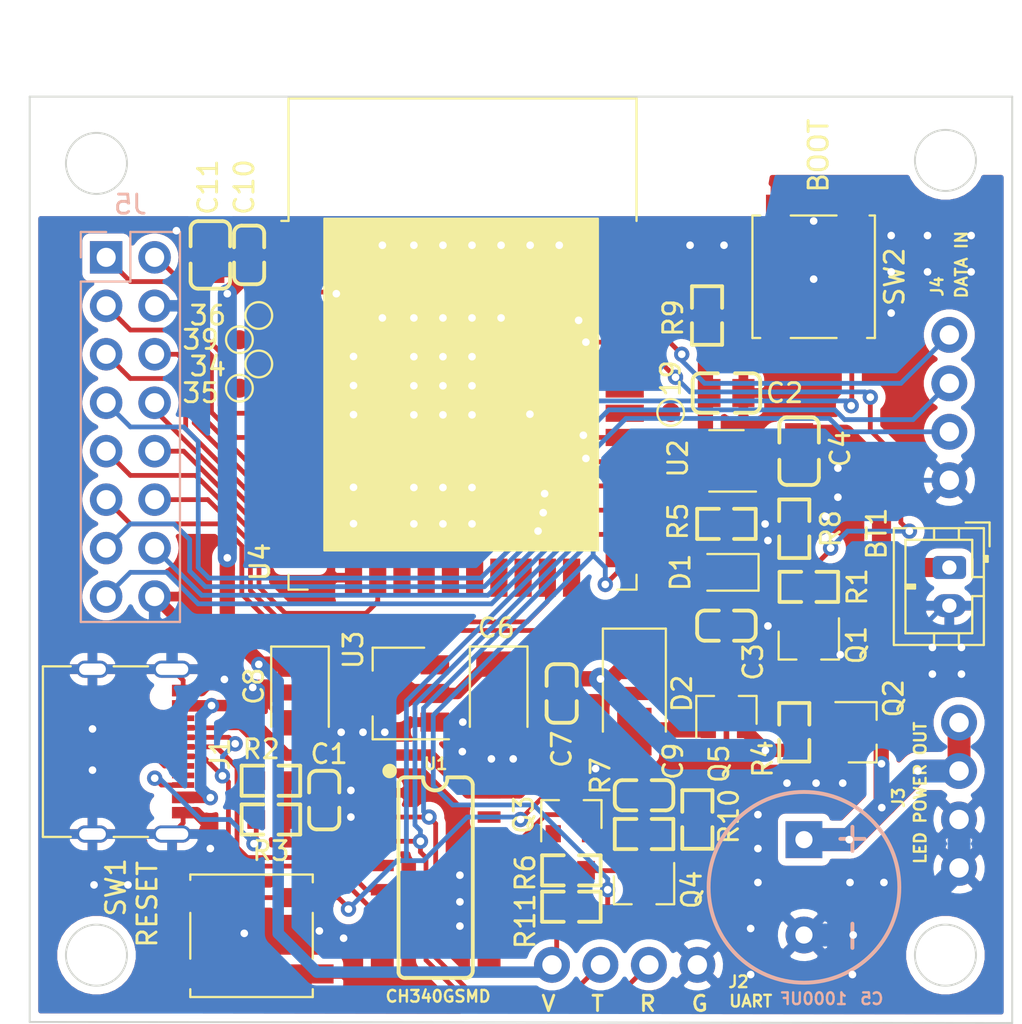
<source format=kicad_pcb>
(kicad_pcb (version 20171130) (host pcbnew "(5.1.4-0-10_14)")
  (layers (0 F.Cu signal) (31 B.Cu signal) (34 B.Paste user hide) (35 F.Paste user hide) (36 B.SilkS user) (37 F.SilkS user) (38 B.Mask user hide) (39 F.Mask user hide) (44 Edge.Cuts user))
  (net 0 "")
  (net 1 GND)
  (net 2 +BATT)
  (net 3 +5V)
  (net 4 VCC)
  (net 5 VDD)
  (net 6 "Net-(J1-PadB5)")
  (net 7 /D+)
  (net 8 "Net-(J1-PadA8)")
  (net 9 "Net-(J1-PadA5)")
  (net 10 "Net-(J1-PadB8)")
  (net 11 /D-)
  (net 12 /LED_PWR)
  (net 13 /IO5)
  (net 14 /IO18)
  (net 15 /IO23)
  (net 16 /RXD)
  (net 17 /TXD)
  (net 18 /E)
  (net 19 /IO17)
  (net 20 /CLK)
  (net 21 /D)
  (net 22 /C)
  (net 23 /B)
  (net 24 /A)
  (net 25 /BD2)
  (net 26 /GD2)
  (net 27 /BD1)
  (net 28 /GD1)
  (net 29 "Net-(Q1-Pad3)")
  (net 30 "Net-(Q1-Pad1)")
  (net 31 /EN)
  (net 32 /RTS)
  (net 33 "Net-(Q4-Pad1)")
  (net 34 /IO0)
  (net 35 /DTR)
  (net 36 /IO22)
  (net 37 /IO19)
  (net 38 /IO35)
  (net 39 /IO34)
  (net 40 /IO39)
  (net 41 /IO36)
  (net 42 /IO4)
  (net 43 /IO27)
  (net 44 /IO33)
  (net 45 "Net-(C1-Pad1)")
  (net 46 "Net-(D1-Pad1)")
  (net 47 "Net-(Q3-Pad1)")
  (net 48 "Net-(R5-Pad2)")
  (net 49 "Net-(R8-Pad2)")
  (net 50 "Net-(U1-Pad15)")
  (net 51 "Net-(U1-Pad12)")
  (net 52 "Net-(U1-Pad11)")
  (net 53 "Net-(U1-Pad10)")
  (net 54 "Net-(U1-Pad9)")
  (net 55 "Net-(U1-Pad8)")
  (net 56 "Net-(U1-Pad7)")
  (net 57 "Net-(U4-Pad32)")
  (net 58 "Net-(U4-Pad22)")
  (net 59 "Net-(U4-Pad21)")
  (net 60 "Net-(U4-Pad20)")
  (net 61 "Net-(U4-Pad19)")
  (net 62 "Net-(U4-Pad18)")
  (net 63 "Net-(U4-Pad17)")
  (module Diode_SMD:D_SMA (layer F.Cu) (at 153.035 105.283 270)
    (fp_text reference D2 (at 0 -2.5 90) (layer F.SilkS))
    (fp_text value SS14)
    (pad 2 smd rect (at 2 0 270) (size 2.5 1.8) (layers F.Cu F.Paste F.Mask) (net 3 +5V))
    (pad 1 smd rect (at -2 0 270) (size 2.5 1.8) (layers F.Cu F.Paste F.Mask) (net 4 VCC))
  )
  (module lc_lib:0603_R (layer F.Cu) (at 156.337 111.887 270)
    (fp_text reference R10 (at -0.158619 -1.651 90) (layer F.SilkS))
    (fp_text value 10K)
    (pad 2 smd rect (at 0.77 0 270) (size 0.93 0.98) (layers F.Cu F.Paste F.Mask) (net 5 VDD))
    (pad 1 smd rect (at -0.77 0 270) (size 0.93 0.98) (layers F.Cu F.Paste F.Mask) (net 31 /EN))
  )
  (module lc_lib:0805_C (layer F.Cu) (at 130.81 82.296 270)
    (fp_text reference C10 (at -3.556 -1.778 90) (layer F.SilkS))
    (fp_text value 10u)
    (pad 2 smd rect (at 0.89 0 270) (size 1.16 1.47) (layers F.Cu F.Paste F.Mask) (net 5 VDD))
    (pad 1 smd rect (at -0.89 0 270) (size 1.16 1.47) (layers F.Cu F.Paste F.Mask) (net 1 GND))
  )
  (module lc_lib:0603_C (layer F.Cu) (at 153.543 110.617)
    (fp_text reference C9 (at 1.524 -1.778 90) (layer F.SilkS))
    (fp_text value 0.1u)
    (pad 2 smd rect (at 0.77 0) (size 0.93 0.98) (layers F.Cu F.Paste F.Mask) (net 1 GND))
    (pad 1 smd rect (at -0.77 0) (size 0.93 0.98) (layers F.Cu F.Paste F.Mask) (net 31 /EN))
  )
  (module TestPoint:TestPoint_Pad_D1.0mm (layer F.Cu) (at 132.334 89.281)
    (fp_text reference TP5 hide)
    (fp_text value 35 (at -2.032 0.254) (layer F.SilkS))
    (pad 1 smd circle (at 0 0) (size 1 1) (layers F.Cu F.Mask) (net 38 /IO35))
  )
  (module TestPoint:TestPoint_Pad_D1.0mm (layer F.Cu) (at 133.35 88.011)
    (fp_text reference TP4 hide)
    (fp_text value 34 (at -2.667 0.127) (layer F.SilkS))
    (pad 1 smd circle (at 0 0) (size 1 1) (layers F.Cu F.Mask) (net 39 /IO34))
  )
  (module TestPoint:TestPoint_Pad_D1.0mm (layer F.Cu) (at 154.94 90.551)
    (fp_text reference TP3 hide)
    (fp_text value 19 (at 0 -1.778 90) (layer F.SilkS))
    (pad 1 smd circle (at 0 0) (size 1 1) (layers F.Cu F.Mask) (net 37 /IO19))
  )
  (module TestPoint:TestPoint_Pad_D1.0mm (layer F.Cu) (at 132.334 86.741)
    (fp_text reference TP2 hide)
    (fp_text value 39 (at -2.032 0) (layer F.SilkS))
    (pad 1 smd circle (at 0 0) (size 1 1) (layers F.Cu F.Mask) (net 40 /IO39))
  )
  (module TestPoint:TestPoint_Pad_D1.0mm (layer F.Cu) (at 133.35 85.471)
    (fp_text reference TP1 hide)
    (fp_text value 36 (at -2.667 0) (layer F.SilkS))
    (pad 1 smd circle (at 0 0) (size 1 1) (layers F.Cu F.Mask) (net 41 /IO36))
  )
  (module Connectors:1X04_NO_SILK (layer F.Cu) (at 169.545 86.487 270)
    (fp_text reference J4 (at -2.54 0.635 90) (layer F.SilkS) (effects (font (size 0.6096 0.6096) (thickness 0.127))))
    (fp_text value "DATA IN" (at -3.683 -0.635 90) (layer F.SilkS) (effects (font (size 0.6096 0.6096) (thickness 0.127))))
    (pad 4 thru_hole circle (at 7.62 0 270) (size 1.8796 1.8796) (drill 1.016) (layers *.Cu *.Mask) (net 1 GND))
    (pad 3 thru_hole circle (at 5.08 0 270) (size 1.8796 1.8796) (drill 1.016) (layers *.Cu *.Mask) (net 13 /IO5))
    (pad 2 thru_hole circle (at 2.54 0 270) (size 1.8796 1.8796) (drill 1.016) (layers *.Cu *.Mask) (net 14 /IO18))
    (pad 1 thru_hole circle (at 0 0 270) (size 1.8796 1.8796) (drill 1.016) (layers *.Cu *.Mask) (net 15 /IO23))
  )
  (module Connectors:1X04_NO_SILK (layer F.Cu) (at 170.053 106.807 270)
    (fp_text reference J3 (at 3.937 3.175 90) (layer F.SilkS) (effects (font (size 0.6096 0.6096) (thickness 0.127))))
    (fp_text value "LED POWER OUT" (at 3.683 2.032 90) (layer F.SilkS) (effects (font (size 0.6096 0.6096) (thickness 0.127))))
    (pad 4 thru_hole circle (at 7.62 0 270) (size 1.8796 1.8796) (drill 1.016) (layers *.Cu *.Mask) (net 1 GND))
    (pad 3 thru_hole circle (at 5.08 0 270) (size 1.8796 1.8796) (drill 1.016) (layers *.Cu *.Mask) (net 1 GND))
    (pad 2 thru_hole circle (at 2.54 0 270) (size 1.8796 1.8796) (drill 1.016) (layers *.Cu *.Mask) (net 12 /LED_PWR))
    (pad 1 thru_hole circle (at 0 0 270) (size 1.8796 1.8796) (drill 1.016) (layers *.Cu *.Mask) (net 12 /LED_PWR))
  )
  (module Connector_JST:JST_PH_B2B-PH-K_1x02_P2.00mm_Vertical (layer F.Cu) (at 169.545 98.679 270)
    (fp_text reference BT1 (at -1.778 3.81 90) (layer F.SilkS))
    (fp_text value 3.7V)
    (pad 2 thru_hole oval (at 2 0 270) (size 1.2 1.75) (drill 0.75) (layers *.Cu *.Mask) (net 1 GND))
    (pad 1 thru_hole roundrect (at 0 0 270) (size 1.2 1.75) (drill 0.75) (layers *.Cu *.Mask) (roundrect_rratio 0.208333) (net 2 +BATT))
  )
  (module Capacitors:CPOL-RADIAL-5MM-10MM (layer B.Cu) (at 161.925 115.443 90)
    (fp_text reference C5 (at -5.842 3.556 180) (layer B.SilkS) (effects (font (size 0.6096 0.6096) (thickness 0.127)) (justify mirror)))
    (fp_text value 1000UF (at -5.842 0.508) (layer B.SilkS) (effects (font (size 0.6096 0.6096) (thickness 0.127)) (justify mirror)))
    (pad - thru_hole circle (at -2.49936 0 90) (size 1.9304 1.9304) (drill 0.89916) (layers *.Cu *.Mask) (net 1 GND))
    (pad + thru_hole rect (at 2.49936 0 90) (size 1.9304 1.9304) (drill 0.89916) (layers *.Cu *.Mask) (net 12 /LED_PWR))
  )
  (module Silicon-Standard:SO16 (layer F.Cu) (at 142.621 114.935 270)
    (fp_text reference U1 (at -5.969 0) (layer F.SilkS) (effects (font (size 0.6096 0.6096) (thickness 0.127))))
    (fp_text value CH340GSMD (at 6.223 -0.127) (layer F.SilkS) (effects (font (size 0.6096 0.6096) (thickness 0.127))))
    (pad 16 smd rect (at -4.445 -2.79908 270) (size 0.59944 1.19888) (layers F.Cu F.Paste F.Mask) (net 3 +5V))
    (pad 15 smd rect (at -3.175 -2.79908 270) (size 0.59944 1.19888) (layers F.Cu F.Paste F.Mask) (net 50 "Net-(U1-Pad15)"))
    (pad 14 smd rect (at -1.905 -2.79908 270) (size 0.59944 1.19888) (layers F.Cu F.Paste F.Mask) (net 32 /RTS))
    (pad 13 smd rect (at -0.635 -2.79908 270) (size 0.59944 1.19888) (layers F.Cu F.Paste F.Mask) (net 35 /DTR))
    (pad 12 smd rect (at 0.635 -2.79908 270) (size 0.59944 1.19888) (layers F.Cu F.Paste F.Mask) (net 51 "Net-(U1-Pad12)"))
    (pad 11 smd rect (at 1.905 -2.79908 270) (size 0.59944 1.19888) (layers F.Cu F.Paste F.Mask) (net 52 "Net-(U1-Pad11)"))
    (pad 10 smd rect (at 3.175 -2.79908 270) (size 0.59944 1.19888) (layers F.Cu F.Paste F.Mask) (net 53 "Net-(U1-Pad10)"))
    (pad 9 smd rect (at 4.445 -2.79908 270) (size 0.59944 1.19888) (layers F.Cu F.Paste F.Mask) (net 54 "Net-(U1-Pad9)"))
    (pad 8 smd rect (at 4.445 2.79908 270) (size 0.59944 1.19888) (layers F.Cu F.Paste F.Mask) (net 55 "Net-(U1-Pad8)"))
    (pad 7 smd rect (at 3.175 2.79908 270) (size 0.59944 1.19888) (layers F.Cu F.Paste F.Mask) (net 56 "Net-(U1-Pad7)"))
    (pad 6 smd rect (at 1.905 2.79908 270) (size 0.59944 1.19888) (layers F.Cu F.Paste F.Mask) (net 11 /D-))
    (pad 5 smd rect (at 0.635 2.79908 270) (size 0.59944 1.19888) (layers F.Cu F.Paste F.Mask) (net 7 /D+))
    (pad 4 smd rect (at -0.635 2.79908 270) (size 0.59944 1.19888) (layers F.Cu F.Paste F.Mask) (net 45 "Net-(C1-Pad1)"))
    (pad 3 smd rect (at -1.905 2.79908 270) (size 0.59944 1.19888) (layers F.Cu F.Paste F.Mask) (net 16 /RXD))
    (pad 2 smd rect (at -3.175 2.79908 270) (size 0.59944 1.19888) (layers F.Cu F.Paste F.Mask) (net 17 /TXD))
    (pad 1 smd rect (at -4.445 2.79908 270) (size 0.59944 1.19888) (layers F.Cu F.Paste F.Mask) (net 1 GND))
  )
  (module RF_Module:ESP32-WROOM-32 (layer F.Cu) (at 144.029 89.959)
    (fp_text reference U4 (at -10.61 8.43 90) (layer F.SilkS))
    (fp_text value ESP32-WROOM-32)
    (pad 38 smd rect (at 8.5 -8.255) (size 2 0.9) (layers F.Cu F.Paste F.Mask) (net 1 GND))
    (pad 37 smd rect (at 8.5 -6.985) (size 2 0.9) (layers F.Cu F.Paste F.Mask) (net 15 /IO23))
    (pad 36 smd rect (at 8.5 -5.715) (size 2 0.9) (layers F.Cu F.Paste F.Mask) (net 36 /IO22))
    (pad 35 smd rect (at 8.5 -4.445) (size 2 0.9) (layers F.Cu F.Paste F.Mask) (net 16 /RXD))
    (pad 34 smd rect (at 8.5 -3.175) (size 2 0.9) (layers F.Cu F.Paste F.Mask) (net 17 /TXD))
    (pad 33 smd rect (at 8.5 -1.905) (size 2 0.9) (layers F.Cu F.Paste F.Mask) (net 25 /BD2))
    (pad 32 smd rect (at 8.5 -0.635) (size 2 0.9) (layers F.Cu F.Paste F.Mask) (net 57 "Net-(U4-Pad32)"))
    (pad 31 smd rect (at 8.5 0.635) (size 2 0.9) (layers F.Cu F.Paste F.Mask) (net 37 /IO19))
    (pad 30 smd rect (at 8.5 1.905) (size 2 0.9) (layers F.Cu F.Paste F.Mask) (net 14 /IO18))
    (pad 29 smd rect (at 8.5 3.175) (size 2 0.9) (layers F.Cu F.Paste F.Mask) (net 13 /IO5))
    (pad 28 smd rect (at 8.5 4.445) (size 2 0.9) (layers F.Cu F.Paste F.Mask) (net 19 /IO17))
    (pad 27 smd rect (at 8.5 5.715) (size 2 0.9) (layers F.Cu F.Paste F.Mask) (net 20 /CLK))
    (pad 26 smd rect (at 8.5 6.985) (size 2 0.9) (layers F.Cu F.Paste F.Mask) (net 42 /IO4))
    (pad 25 smd rect (at 8.5 8.255) (size 2 0.9) (layers F.Cu F.Paste F.Mask) (net 34 /IO0))
    (pad 24 smd rect (at 5.715 9.255 90) (size 2 0.9) (layers F.Cu F.Paste F.Mask) (net 22 /C))
    (pad 23 smd rect (at 4.445 9.255 90) (size 2 0.9) (layers F.Cu F.Paste F.Mask) (net 21 /D))
    (pad 22 smd rect (at 3.175 9.255 90) (size 2 0.9) (layers F.Cu F.Paste F.Mask) (net 58 "Net-(U4-Pad22)"))
    (pad 21 smd rect (at 1.905 9.255 90) (size 2 0.9) (layers F.Cu F.Paste F.Mask) (net 59 "Net-(U4-Pad21)"))
    (pad 20 smd rect (at 0.635 9.255 90) (size 2 0.9) (layers F.Cu F.Paste F.Mask) (net 60 "Net-(U4-Pad20)"))
    (pad 19 smd rect (at -0.635 9.255 90) (size 2 0.9) (layers F.Cu F.Paste F.Mask) (net 61 "Net-(U4-Pad19)"))
    (pad 18 smd rect (at -1.905 9.255 90) (size 2 0.9) (layers F.Cu F.Paste F.Mask) (net 62 "Net-(U4-Pad18)"))
    (pad 17 smd rect (at -3.175 9.255 90) (size 2 0.9) (layers F.Cu F.Paste F.Mask) (net 63 "Net-(U4-Pad17)"))
    (pad 16 smd rect (at -4.445 9.255 90) (size 2 0.9) (layers F.Cu F.Paste F.Mask) (net 24 /A))
    (pad 15 smd rect (at -5.715 9.255 90) (size 2 0.9) (layers F.Cu F.Paste F.Mask) (net 1 GND))
    (pad 14 smd rect (at -8.5 8.255) (size 2 0.9) (layers F.Cu F.Paste F.Mask) (net 23 /B))
    (pad 13 smd rect (at -8.5 6.985) (size 2 0.9) (layers F.Cu F.Paste F.Mask) (net 18 /E))
    (pad 12 smd rect (at -8.5 5.715) (size 2 0.9) (layers F.Cu F.Paste F.Mask) (net 43 /IO27))
    (pad 11 smd rect (at -8.5 4.445) (size 2 0.9) (layers F.Cu F.Paste F.Mask) (net 26 /GD2))
    (pad 10 smd rect (at -8.5 3.175) (size 2 0.9) (layers F.Cu F.Paste F.Mask) (net 27 /BD1))
    (pad 9 smd rect (at -8.5 1.905) (size 2 0.9) (layers F.Cu F.Paste F.Mask) (net 44 /IO33))
    (pad 8 smd rect (at -8.5 0.635) (size 2 0.9) (layers F.Cu F.Paste F.Mask) (net 28 /GD1))
    (pad 7 smd rect (at -8.5 -0.635) (size 2 0.9) (layers F.Cu F.Paste F.Mask) (net 38 /IO35))
    (pad 6 smd rect (at -8.5 -1.905) (size 2 0.9) (layers F.Cu F.Paste F.Mask) (net 39 /IO34))
    (pad 5 smd rect (at -8.5 -3.175) (size 2 0.9) (layers F.Cu F.Paste F.Mask) (net 40 /IO39))
    (pad 4 smd rect (at -8.5 -4.445) (size 2 0.9) (layers F.Cu F.Paste F.Mask) (net 41 /IO36))
    (pad 3 smd rect (at -8.5 -5.715) (size 2 0.9) (layers F.Cu F.Paste F.Mask) (net 31 /EN))
    (pad 2 smd rect (at -8.5 -6.985) (size 2 0.9) (layers F.Cu F.Paste F.Mask) (net 5 VDD))
    (pad 1 smd rect (at -8.5 -8.255) (size 2 0.9) (layers F.Cu F.Paste F.Mask) (net 1 GND))
    (pad 39 smd rect (at -1 -0.755) (size 5 5) (layers F.Cu F.Paste F.Mask) (net 1 GND))
  )
  (module Package_TO_SOT_SMD:SOT-89-3 (layer F.Cu) (at 141.097 105.283 180)
    (fp_text reference U3 (at 2.794 2.286 90) (layer F.SilkS))
    (fp_text value CE1220)
    (pad 2 smd trapezoid (at -0.0762 0 270) (size 1.5 1) (rect_delta 0 0.7) (layers F.Cu F.Paste F.Mask) (net 4 VCC))
    (pad 2 smd rect (at 1.3335 0 90) (size 2.2 1.84) (layers F.Cu F.Paste F.Mask) (net 4 VCC))
    (pad 3 smd rect (at -1.48 1.5 90) (size 1 1.5) (layers F.Cu F.Paste F.Mask) (net 5 VDD))
    (pad 2 smd rect (at -1.3335 0 90) (size 1 1.8) (layers F.Cu F.Paste F.Mask) (net 4 VCC))
    (pad 1 smd rect (at -1.48 -1.5 90) (size 1 1.5) (layers F.Cu F.Paste F.Mask) (net 1 GND))
    (pad 2 smd trapezoid (at 2.667 0 90) (size 1.6 0.85) (rect_delta 0 0.6) (layers F.Cu F.Paste F.Mask) (net 4 VCC))
  )
  (module Package_TO_SOT_SMD:SOT-23-5 (layer F.Cu) (at 157.861 93.091 180)
    (fp_text reference U2 (at 2.54 0.127 90) (layer F.SilkS))
    (fp_text value CE4100M420)
    (pad 5 smd rect (at 1.1 -0.95 180) (size 1.06 0.65) (layers F.Cu F.Paste F.Mask) (net 48 "Net-(R5-Pad2)"))
    (pad 4 smd rect (at 1.1 0.95 180) (size 1.06 0.65) (layers F.Cu F.Paste F.Mask) (net 3 +5V))
    (pad 3 smd rect (at -1.1 0.95 180) (size 1.06 0.65) (layers F.Cu F.Paste F.Mask) (net 2 +BATT))
    (pad 2 smd rect (at -1.1 0 180) (size 1.06 0.65) (layers F.Cu F.Paste F.Mask) (net 1 GND))
    (pad 1 smd rect (at -1.1 -0.95 180) (size 1.06 0.65) (layers F.Cu F.Paste F.Mask) (net 49 "Net-(R8-Pad2)"))
  )
  (module Button_Switch_SMD:SW_Push_1P1T_NO_CK_KSC6xxJ (layer F.Cu) (at 162.433 83.439 90)
    (fp_text reference SW2 (at 0 4.24 90) (layer F.SilkS))
    (fp_text value BOOT (at 6.35 0.254 90) (layer F.SilkS))
    (pad 2 smd rect (at 2.9 2 90) (size 2.8 1) (layers F.Cu F.Paste F.Mask) (net 34 /IO0))
    (pad 2 smd rect (at -2.9 2 90) (size 2.8 1) (layers F.Cu F.Paste F.Mask) (net 34 /IO0))
    (pad 1 smd rect (at 2.9 -2 90) (size 2.8 1) (layers F.Cu F.Paste F.Mask) (net 1 GND))
    (pad 1 smd rect (at -2.9 -2 90) (size 2.8 1) (layers F.Cu F.Paste F.Mask) (net 1 GND))
  )
  (module Button_Switch_SMD:SW_Push_1P1T_NO_CK_KSC6xxJ (layer F.Cu) (at 132.969 117.983 180)
    (fp_text reference SW1 (at 7.112 2.54 90) (layer F.SilkS))
    (fp_text value RESET (at 5.461 1.651 90) (layer F.SilkS))
    (pad 2 smd rect (at 2.9 2 180) (size 2.8 1) (layers F.Cu F.Paste F.Mask) (net 31 /EN))
    (pad 2 smd rect (at -2.9 2 180) (size 2.8 1) (layers F.Cu F.Paste F.Mask) (net 31 /EN))
    (pad 1 smd rect (at 2.9 -2 180) (size 2.8 1) (layers F.Cu F.Paste F.Mask) (net 1 GND))
    (pad 1 smd rect (at -2.9 -2 180) (size 2.8 1) (layers F.Cu F.Paste F.Mask) (net 1 GND))
  )
  (module lc_lib:0603_R (layer F.Cu) (at 149.733 116.459 180)
    (fp_text reference R11 (at 2.413 -0.762 90) (layer F.SilkS))
    (fp_text value 56K)
    (pad 2 smd rect (at 0.77 0 180) (size 0.93 0.98) (layers F.Cu F.Paste F.Mask) (net 5 VDD))
    (pad 1 smd rect (at -0.77 0 180) (size 0.93 0.98) (layers F.Cu F.Paste F.Mask) (net 34 /IO0))
  )
  (module lc_lib:0603_R (layer F.Cu) (at 153.543 112.649 180)
    (fp_text reference R7 (at 2.286 3.048 90) (layer F.SilkS))
    (fp_text value 10K)
    (pad 2 smd rect (at 0.77 0 180) (size 0.93 0.98) (layers F.Cu F.Paste F.Mask) (net 32 /RTS))
    (pad 1 smd rect (at -0.77 0 180) (size 0.93 0.98) (layers F.Cu F.Paste F.Mask) (net 33 "Net-(Q4-Pad1)"))
  )
  (module lc_lib:0603_R (layer F.Cu) (at 149.733 114.554)
    (fp_text reference R6 (at -2.413 0.127 90) (layer F.SilkS))
    (fp_text value 10K)
    (pad 2 smd rect (at 0.77 0) (size 0.93 0.98) (layers F.Cu F.Paste F.Mask) (net 35 /DTR))
    (pad 1 smd rect (at -0.77 0) (size 0.93 0.98) (layers F.Cu F.Paste F.Mask) (net 47 "Net-(Q3-Pad1)"))
  )
  (module lc_lib:0603_R (layer F.Cu) (at 156.845 85.471 270)
    (fp_text reference R9 (at 0.127 1.778 90) (layer F.SilkS))
    (fp_text value 100K)
    (pad 2 smd rect (at 0.77 0 270) (size 0.93 0.98) (layers F.Cu F.Paste F.Mask) (net 3 +5V))
    (pad 1 smd rect (at -0.77 0 270) (size 0.93 0.98) (layers F.Cu F.Paste F.Mask) (net 1 GND))
  )
  (module lc_lib:0603_R (layer F.Cu) (at 161.417 96.647 90)
    (fp_text reference R8 (at 0 1.905 90) (layer F.SilkS))
    (fp_text value 2K)
    (pad 2 smd rect (at 0.77 0 90) (size 0.93 0.98) (layers F.Cu F.Paste F.Mask) (net 49 "Net-(R8-Pad2)"))
    (pad 1 smd rect (at -0.77 0 90) (size 0.93 0.98) (layers F.Cu F.Paste F.Mask) (net 46 "Net-(D1-Pad1)"))
  )
  (module lc_lib:0603_R (layer F.Cu) (at 157.861 96.393 180)
    (fp_text reference R5 (at 2.54 0.127 90) (layer F.SilkS))
    (fp_text value 4.7K)
    (pad 2 smd rect (at 0.77 0 180) (size 0.93 0.98) (layers F.Cu F.Paste F.Mask) (net 48 "Net-(R5-Pad2)"))
    (pad 1 smd rect (at -0.77 0 180) (size 0.93 0.98) (layers F.Cu F.Paste F.Mask) (net 1 GND))
  )
  (module lc_lib:0603_R (layer F.Cu) (at 133.985 111.887 180)
    (fp_text reference R3 (at 0 -1.651) (layer F.SilkS))
    (fp_text value 51K)
    (pad 2 smd rect (at 0.77 0 180) (size 0.93 0.98) (layers F.Cu F.Paste F.Mask) (net 6 "Net-(J1-PadB5)"))
    (pad 1 smd rect (at -0.77 0 180) (size 0.93 0.98) (layers F.Cu F.Paste F.Mask) (net 1 GND))
  )
  (module lc_lib:0603_R (layer F.Cu) (at 133.985 109.855 180)
    (fp_text reference R2 (at 0.508 1.651) (layer F.SilkS))
    (fp_text value 51K)
    (pad 2 smd rect (at 0.77 0 180) (size 0.93 0.98) (layers F.Cu F.Paste F.Mask) (net 9 "Net-(J1-PadA5)"))
    (pad 1 smd rect (at -0.77 0 180) (size 0.93 0.98) (layers F.Cu F.Paste F.Mask) (net 1 GND))
  )
  (module lc_lib:0603_R (layer F.Cu) (at 161.417 107.315 90)
    (fp_text reference R4 (at -1.397 -1.651 90) (layer F.SilkS))
    (fp_text value 10K)
    (pad 2 smd rect (at 0.77 0 90) (size 0.93 0.98) (layers F.Cu F.Paste F.Mask) (net 29 "Net-(Q1-Pad3)"))
    (pad 1 smd rect (at -0.77 0 90) (size 0.93 0.98) (layers F.Cu F.Paste F.Mask) (net 4 VCC))
  )
  (module lc_lib:0603_R (layer F.Cu) (at 162.179 99.695 180)
    (fp_text reference R1 (at -2.54 0 90) (layer F.SilkS))
    (fp_text value 10K)
    (pad 2 smd rect (at 0.77 0 180) (size 0.93 0.98) (layers F.Cu F.Paste F.Mask) (net 36 /IO22))
    (pad 1 smd rect (at -0.77 0 180) (size 0.93 0.98) (layers F.Cu F.Paste F.Mask) (net 30 "Net-(Q1-Pad1)"))
  )
  (module Package_TO_SOT_SMD:SOT-23 (layer F.Cu) (at 153.543 115.57 270)
    (fp_text reference Q4 (at 0 -2.5 90) (layer F.SilkS))
    (fp_text value 3904)
    (pad 3 smd rect (at 1 0 270) (size 0.9 0.8) (layers F.Cu F.Paste F.Mask) (net 34 /IO0))
    (pad 2 smd rect (at -1 0.95 270) (size 0.9 0.8) (layers F.Cu F.Paste F.Mask) (net 35 /DTR))
    (pad 1 smd rect (at -1 -0.95 270) (size 0.9 0.8) (layers F.Cu F.Paste F.Mask) (net 33 "Net-(Q4-Pad1)"))
  )
  (module Package_TO_SOT_SMD:SOT-23 (layer F.Cu) (at 149.733 111.633 90)
    (fp_text reference Q3 (at 0 -2.5 90) (layer F.SilkS))
    (fp_text value 3904)
    (pad 3 smd rect (at 1 0 90) (size 0.9 0.8) (layers F.Cu F.Paste F.Mask) (net 31 /EN))
    (pad 2 smd rect (at -1 0.95 90) (size 0.9 0.8) (layers F.Cu F.Paste F.Mask) (net 32 /RTS))
    (pad 1 smd rect (at -1 -0.95 90) (size 0.9 0.8) (layers F.Cu F.Paste F.Mask) (net 47 "Net-(Q3-Pad1)"))
  )
  (module Package_TO_SOT_SMD:SOT-23 (layer F.Cu) (at 164.973 107.315)
    (fp_text reference Q2 (at 1.651 -1.778 90) (layer F.SilkS))
    (fp_text value DMG2301L)
    (pad 3 smd rect (at 1 0) (size 0.9 0.8) (layers F.Cu F.Paste F.Mask) (net 12 /LED_PWR))
    (pad 2 smd rect (at -1 0.95) (size 0.9 0.8) (layers F.Cu F.Paste F.Mask) (net 4 VCC))
    (pad 1 smd rect (at -1 -0.95) (size 0.9 0.8) (layers F.Cu F.Paste F.Mask) (net 29 "Net-(Q1-Pad3)"))
  )
  (module Package_TO_SOT_SMD:SOT-23 (layer F.Cu) (at 157.861 106.172 90)
    (fp_text reference Q5 (at -2.794 -0.381 90) (layer F.SilkS))
    (fp_text value DMG2301L)
    (pad 3 smd rect (at 1 0 90) (size 0.9 0.8) (layers F.Cu F.Paste F.Mask) (net 2 +BATT))
    (pad 2 smd rect (at -1 0.95 90) (size 0.9 0.8) (layers F.Cu F.Paste F.Mask) (net 4 VCC))
    (pad 1 smd rect (at -1 -0.95 90) (size 0.9 0.8) (layers F.Cu F.Paste F.Mask) (net 3 +5V))
  )
  (module Package_TO_SOT_SMD:SOT-23 (layer F.Cu) (at 162.179 102.743 270)
    (fp_text reference Q1 (at 0 -2.5 90) (layer F.SilkS))
    (fp_text value 3904)
    (pad 3 smd rect (at 1 0 270) (size 0.9 0.8) (layers F.Cu F.Paste F.Mask) (net 29 "Net-(Q1-Pad3)"))
    (pad 2 smd rect (at -1 0.95 270) (size 0.9 0.8) (layers F.Cu F.Paste F.Mask) (net 1 GND))
    (pad 1 smd rect (at -1 -0.95 270) (size 0.9 0.8) (layers F.Cu F.Paste F.Mask) (net 30 "Net-(Q1-Pad1)"))
  )
  (module Connector_PinSocket_2.54mm:PinSocket_2x08_P2.54mm_Vertical (layer B.Cu) (at 125.349 82.423 180)
    (fp_text reference J5 (at -1.27 2.77) (layer B.SilkS) (effects (justify mirror)))
    (fp_text value "DATA OUT")
    (pad 16 thru_hole oval (at -2.54 -17.78 180) (size 1.7 1.7) (drill 1) (layers *.Cu *.Mask) (net 1 GND))
    (pad 15 thru_hole oval (at 0 -17.78 180) (size 1.7 1.7) (drill 1) (layers *.Cu *.Mask) (net 19 /IO17))
    (pad 14 thru_hole oval (at -2.54 -15.24 180) (size 1.7 1.7) (drill 1) (layers *.Cu *.Mask) (net 42 /IO4))
    (pad 13 thru_hole oval (at 0 -15.24 180) (size 1.7 1.7) (drill 1) (layers *.Cu *.Mask) (net 20 /CLK))
    (pad 12 thru_hole oval (at -2.54 -12.7 180) (size 1.7 1.7) (drill 1) (layers *.Cu *.Mask) (net 21 /D))
    (pad 11 thru_hole oval (at 0 -12.7 180) (size 1.7 1.7) (drill 1) (layers *.Cu *.Mask) (net 22 /C))
    (pad 10 thru_hole oval (at -2.54 -10.16 180) (size 1.7 1.7) (drill 1) (layers *.Cu *.Mask) (net 23 /B))
    (pad 9 thru_hole oval (at 0 -10.16 180) (size 1.7 1.7) (drill 1) (layers *.Cu *.Mask) (net 24 /A))
    (pad 8 thru_hole oval (at -2.54 -7.62 180) (size 1.7 1.7) (drill 1) (layers *.Cu *.Mask) (net 18 /E))
    (pad 7 thru_hole oval (at 0 -7.62 180) (size 1.7 1.7) (drill 1) (layers *.Cu *.Mask) (net 25 /BD2))
    (pad 6 thru_hole oval (at -2.54 -5.08 180) (size 1.7 1.7) (drill 1) (layers *.Cu *.Mask) (net 26 /GD2))
    (pad 5 thru_hole oval (at 0 -5.08 180) (size 1.7 1.7) (drill 1) (layers *.Cu *.Mask) (net 43 /IO27))
    (pad 4 thru_hole oval (at -2.54 -2.54 180) (size 1.7 1.7) (drill 1) (layers *.Cu *.Mask) (net 1 GND))
    (pad 3 thru_hole oval (at 0 -2.54 180) (size 1.7 1.7) (drill 1) (layers *.Cu *.Mask) (net 27 /BD1))
    (pad 2 thru_hole oval (at -2.54 0 180) (size 1.7 1.7) (drill 1) (layers *.Cu *.Mask) (net 28 /GD1))
    (pad 1 thru_hole rect (at 0 0 180) (size 1.7 1.7) (drill 1) (layers *.Cu *.Mask) (net 44 /IO33))
  )
  (module Connectors:1X04_NO_SILK (layer F.Cu) (at 148.717 119.507)
    (fp_text reference J2 (at 9.779 0.889) (layer F.SilkS) (effects (font (size 0.6096 0.6096) (thickness 0.127))))
    (fp_text value UART (at 10.414 1.905 180) (layer F.SilkS) (effects (font (size 0.6096 0.6096) (thickness 0.127))))
    (pad 4 thru_hole circle (at 7.62 0) (size 1.8796 1.8796) (drill 1.016) (layers *.Cu *.Mask) (net 1 GND))
    (pad 3 thru_hole circle (at 5.08 0) (size 1.8796 1.8796) (drill 1.016) (layers *.Cu *.Mask) (net 16 /RXD))
    (pad 2 thru_hole circle (at 2.54 0) (size 1.8796 1.8796) (drill 1.016) (layers *.Cu *.Mask) (net 17 /TXD))
    (pad 1 thru_hole circle (at 0 0) (size 1.8796 1.8796) (drill 1.016) (layers *.Cu *.Mask) (net 5 VDD))
  )
  (module Connector_USB:USB_C_Receptacle_Palconn_UTC16-G (layer F.Cu) (at 126.873 108.331 270)
    (fp_text reference J1 (at 0.127 -4.445 90) (layer F.SilkS))
    (fp_text value USB_C_Receptacle_USB2.0)
    (pad A12 smd rect (at 3.2 -2.51 270) (size 0.6 1.16) (layers F.Cu F.Paste F.Mask) (net 1 GND))
    (pad A9 smd rect (at 2.4 -2.51 270) (size 0.6 1.16) (layers F.Cu F.Paste F.Mask) (net 3 +5V))
    (pad B1 smd rect (at 3.2 -2.51 270) (size 0.6 1.16) (layers F.Cu F.Paste F.Mask) (net 1 GND))
    (pad B4 smd rect (at 2.4 -2.51 270) (size 0.6 1.16) (layers F.Cu F.Paste F.Mask) (net 3 +5V))
    (pad B12 smd rect (at -3.2 -2.51 270) (size 0.6 1.16) (layers F.Cu F.Paste F.Mask) (net 1 GND))
    (pad A1 smd rect (at -3.2 -2.51 270) (size 0.6 1.16) (layers F.Cu F.Paste F.Mask) (net 1 GND))
    (pad B9 smd rect (at -2.4 -2.51 270) (size 0.6 1.16) (layers F.Cu F.Paste F.Mask) (net 3 +5V))
    (pad A4 smd rect (at -2.4 -2.51 270) (size 0.6 1.16) (layers F.Cu F.Paste F.Mask) (net 3 +5V))
    (pad "" np_thru_hole circle (at -2.89 -1.45 90) (size 0.6 0.6) (drill 0.6) (layers *.Cu *.Mask))
    (pad "" np_thru_hole circle (at 2.89 -1.45 90) (size 0.6 0.6) (drill 0.6) (layers *.Cu *.Mask))
    (pad B5 smd rect (at 1.75 -2.51 90) (size 0.3 1.16) (layers F.Cu F.Paste F.Mask) (net 6 "Net-(J1-PadB5)"))
    (pad B6 smd rect (at 0.75 -2.51 90) (size 0.3 1.16) (layers F.Cu F.Paste F.Mask) (net 7 /D+))
    (pad A8 smd rect (at 1.25 -2.51 90) (size 0.3 1.16) (layers F.Cu F.Paste F.Mask) (net 8 "Net-(J1-PadA8)"))
    (pad A5 smd rect (at -1.25 -2.51 90) (size 0.3 1.16) (layers F.Cu F.Paste F.Mask) (net 9 "Net-(J1-PadA5)"))
    (pad B8 smd rect (at -1.75 -2.51 90) (size 0.3 1.16) (layers F.Cu F.Paste F.Mask) (net 10 "Net-(J1-PadB8)"))
    (pad A7 smd rect (at 0.25 -2.51 90) (size 0.3 1.16) (layers F.Cu F.Paste F.Mask) (net 11 /D-))
    (pad A6 smd rect (at -0.25 -2.51 90) (size 0.3 1.16) (layers F.Cu F.Paste F.Mask) (net 7 /D+))
    (pad B7 smd rect (at -0.75 -2.51 90) (size 0.3 1.16) (layers F.Cu F.Paste F.Mask) (net 11 /D-))
    (pad S1 thru_hole oval (at 4.32 2.24) (size 1.7 0.9) (drill oval 1.4 0.6) (layers *.Cu *.Mask) (net 1 GND))
    (pad S1 thru_hole oval (at -4.32 2.24) (size 1.7 0.9) (drill oval 1.4 0.6) (layers *.Cu *.Mask) (net 1 GND))
    (pad S1 thru_hole oval (at 4.32 -1.93) (size 2 0.9) (drill oval 1.7 0.6) (layers *.Cu *.Mask) (net 1 GND))
    (pad S1 thru_hole oval (at -4.32 -1.93) (size 2 0.9) (drill oval 1.7 0.6) (layers *.Cu *.Mask) (net 1 GND))
  )
  (module LED_SMD:LED_0805_2012Metric (layer F.Cu) (at 157.861 98.933 180)
    (fp_text reference D1 (at 2.413 0 90) (layer F.SilkS))
    (fp_text value LED_Small)
    (pad 2 smd roundrect (at 0.9375 0 180) (size 0.975 1.4) (layers F.Cu F.Paste F.Mask) (net 3 +5V))
    (pad 1 smd roundrect (at -0.9375 0 180) (size 0.975 1.4) (layers F.Cu F.Paste F.Mask) (net 46 "Net-(D1-Pad1)"))
  )
  (module lc_lib:0805_C (layer F.Cu) (at 161.671 92.583 270)
    (fp_text reference C4 (at -0.127 -2.159 90) (layer F.SilkS))
    (fp_text value 10u)
    (pad 2 smd rect (at 0.89 0 270) (size 1.16 1.47) (layers F.Cu F.Paste F.Mask) (net 1 GND))
    (pad 1 smd rect (at -0.89 0 270) (size 1.16 1.47) (layers F.Cu F.Paste F.Mask) (net 2 +BATT))
  )
  (module lc_lib:0603_C (layer F.Cu) (at 157.861 101.727)
    (fp_text reference C3 (at 1.397 1.905 90) (layer F.SilkS))
    (fp_text value 0.1u)
    (pad 2 smd rect (at 0.77 0) (size 0.93 0.98) (layers F.Cu F.Paste F.Mask) (net 1 GND))
    (pad 1 smd rect (at -0.77 0) (size 0.93 0.98) (layers F.Cu F.Paste F.Mask) (net 3 +5V))
  )
  (module lc_lib:0603_C (layer F.Cu) (at 132.842 82.296 270)
    (fp_text reference C11 (at -3.556 2.159 90) (layer F.SilkS))
    (fp_text value 0.1u)
    (pad 2 smd rect (at 0.77 0 270) (size 0.93 0.98) (layers F.Cu F.Paste F.Mask) (net 5 VDD))
    (pad 1 smd rect (at -0.77 0 270) (size 0.93 0.98) (layers F.Cu F.Paste F.Mask) (net 1 GND))
  )
  (module lc_lib:0603_C (layer F.Cu) (at 136.779 110.871 90)
    (fp_text reference C1 (at 2.413 0.254) (layer F.SilkS))
    (fp_text value 0.1u)
    (pad 2 smd rect (at 0.77 0 90) (size 0.93 0.98) (layers F.Cu F.Paste F.Mask) (net 1 GND))
    (pad 1 smd rect (at -0.77 0 90) (size 0.93 0.98) (layers F.Cu F.Paste F.Mask) (net 45 "Net-(C1-Pad1)"))
  )
  (module Capacitor_Tantalum_SMD:CP_EIA-3528-15_AVX-H (layer F.Cu) (at 135.509 105.283 270)
    (fp_text reference C8 (at -0.381 2.413 90) (layer F.SilkS))
    (fp_text value 100u)
    (pad 2 smd roundrect (at 1.5375 0 270) (size 1.325 2.35) (layers F.Cu F.Paste F.Mask) (roundrect_rratio 0.188679) (net 1 GND))
    (pad 1 smd roundrect (at -1.5375 0 270) (size 1.325 2.35) (layers F.Cu F.Paste F.Mask) (roundrect_rratio 0.188679) (net 5 VDD))
  )
  (module lc_lib:0603_C (layer F.Cu) (at 149.225 105.283 270)
    (fp_text reference C7 (at 2.921 0 90) (layer F.SilkS))
    (fp_text value 0.1u)
    (pad 2 smd rect (at 0.77 0 270) (size 0.93 0.98) (layers F.Cu F.Paste F.Mask) (net 1 GND))
    (pad 1 smd rect (at -0.77 0 270) (size 0.93 0.98) (layers F.Cu F.Paste F.Mask) (net 4 VCC))
  )
  (module Capacitor_Tantalum_SMD:CP_EIA-3528-15_AVX-H (layer F.Cu) (at 145.923 105.283 270)
    (fp_text reference C6 (at -3.429 0.127 180) (layer F.SilkS))
    (fp_text value 100u)
    (pad 2 smd roundrect (at 1.5375 0 270) (size 1.325 2.35) (layers F.Cu F.Paste F.Mask) (roundrect_rratio 0.188679) (net 1 GND))
    (pad 1 smd roundrect (at -1.5375 0 270) (size 1.325 2.35) (layers F.Cu F.Paste F.Mask) (roundrect_rratio 0.188679) (net 4 VCC))
  )
  (module lc_lib:0805_C (layer F.Cu) (at 157.861 89.535)
    (fp_text reference C2 (at 3.048 0) (layer F.SilkS))
    (fp_text value 10u)
    (pad 2 smd rect (at 0.89 0) (size 1.16 1.47) (layers F.Cu F.Paste F.Mask) (net 1 GND))
    (pad 1 smd rect (at -0.89 0) (size 1.16 1.47) (layers F.Cu F.Paste F.Mask) (net 3 +5V))
  )
  (gr_poly (pts (xy 136.779 97.79) (xy 151.13 97.79) (xy 151.13 80.391) (xy 136.779 80.391)) (layer F.SilkS) (width 0.1))
  (gr_text "V   T   R   G" (at 152.527 121.539) (layer F.SilkS) (effects (font (size 0.8 0.83))))
  (gr_circle (center 124.841 118.999) (end 126.441 118.999) (layer Edge.Cuts) (width 0.1))
  (gr_circle (center 169.341 77.343) (end 170.941 77.343) (layer Edge.Cuts) (width 0.1))
  (gr_circle (center 169.341 118.999) (end 170.941 118.999) (layer Edge.Cuts) (width 0.1))
  (gr_circle (center 124.841 77.499) (end 126.441 77.499) (layer Edge.Cuts) (width 0.1))
  (gr_line (start 172.841 73.999) (end 121.341 73.999) (layer Edge.Cuts) (width 0.1))
  (gr_line (start 172.841 122.555) (end 172.841 73.999) (layer Edge.Cuts) (width 0.1))
  (gr_line (start 121.341 122.499) (end 172.841 122.555) (layer Edge.Cuts) (width 0.1))
  (gr_line (start 121.341 73.999) (end 121.341 122.499) (layer Edge.Cuts) (width 0.1))
  (via (at 144.526 90.678) (size 0.8) (drill 0.4) (layers F.Cu B.Cu) (net 1))
  (via (at 144.526 89.154) (size 0.8) (drill 0.4) (layers F.Cu B.Cu) (net 1))
  (via (at 143.002 87.63) (size 0.8) (drill 0.4) (layers F.Cu B.Cu) (net 1))
  (via (at 144.526 87.63) (size 0.8) (drill 0.4) (layers F.Cu B.Cu) (net 1))
  (via (at 141.478 87.63) (size 0.8) (drill 0.4) (layers F.Cu B.Cu) (net 1))
  (via (at 141.478 89.154) (size 0.8) (drill 0.4) (layers F.Cu B.Cu) (net 1))
  (via (at 141.478 90.678) (size 0.8) (drill 0.4) (layers F.Cu B.Cu) (net 1))
  (via (at 143.002 89.154) (size 0.8) (drill 0.4) (layers F.Cu B.Cu) (net 1))
  (via (at 143.002 90.678) (size 0.8) (drill 0.4) (layers F.Cu B.Cu) (net 1))
  (segment (start 135.001 110.101) (end 134.755 109.855) (width 0.25) (layer F.Cu) (net 1))
  (segment (start 136.779 110.101) (end 135.001 110.101) (width 0.25) (layer F.Cu) (net 1))
  (segment (start 137.787 110.101) (end 138.176 110.49) (width 0.25) (layer F.Cu) (net 1))
  (segment (start 136.779 110.101) (end 137.787 110.101) (width 0.25) (layer F.Cu) (net 1))
  (segment (start 139.82192 110.49) (end 138.176 110.49) (width 0.25) (layer F.Cu) (net 1))
  (via (at 130.81 113.411) (size 0.8) (drill 0.4) (layers F.Cu B.Cu) (net 1))
  (segment (start 158.647 101.743) (end 158.631 101.727) (width 0.25) (layer F.Cu) (net 1))
  (via (at 159.888483 96.397662) (size 0.8) (drill 0.4) (layers F.Cu B.Cu) (net 1))
  (segment (start 159.883821 96.393) (end 159.888483 96.397662) (width 0.25) (layer F.Cu) (net 1))
  (segment (start 158.631 96.393) (end 159.883821 96.393) (width 0.25) (layer F.Cu) (net 1))
  (segment (start 145.8855 106.783) (end 145.923 106.8205) (width 0.25) (layer F.Cu) (net 1))
  (segment (start 142.577 106.783) (end 144.042 106.783) (width 0.25) (layer F.Cu) (net 1))
  (segment (start 149.2 106.053) (end 148.336 106.917) (width 0.25) (layer F.Cu) (net 1))
  (segment (start 149.225 106.053) (end 149.2 106.053) (width 0.25) (layer F.Cu) (net 1))
  (segment (start 148.2395 106.8205) (end 145.923 106.8205) (width 0.25) (layer F.Cu) (net 1))
  (segment (start 148.336 106.917) (end 148.2395 106.8205) (width 0.25) (layer F.Cu) (net 1))
  (segment (start 145.923 108.331) (end 145.923 106.8205) (width 0.25) (layer F.Cu) (net 1))
  (segment (start 145.542 108.712) (end 145.923 108.331) (width 0.25) (layer F.Cu) (net 1))
  (segment (start 160.433 86.339) (end 160.433 80.539) (width 0.25) (layer F.Cu) (net 1))
  (segment (start 156.866 83.965) (end 156.866 80.539) (width 0.25) (layer F.Cu) (net 1))
  (segment (start 156.845 83.986) (end 156.866 83.965) (width 0.25) (layer F.Cu) (net 1))
  (segment (start 156.845 84.701) (end 156.845 83.986) (width 0.25) (layer F.Cu) (net 1))
  (segment (start 156.866 80.539) (end 160.433 80.539) (width 0.25) (layer F.Cu) (net 1))
  (via (at 163.703 93.472) (size 0.8) (drill 0.4) (layers F.Cu B.Cu) (net 1))
  (segment (start 163.702 93.473) (end 163.703 93.472) (width 0.25) (layer F.Cu) (net 1))
  (segment (start 161.671 93.473) (end 163.702 93.473) (width 0.25) (layer F.Cu) (net 1))
  (segment (start 160.777338 96.397662) (end 159.888483 96.397662) (width 0.25) (layer B.Cu) (net 1))
  (segment (start 163.703 93.472) (end 160.777338 96.397662) (width 0.25) (layer B.Cu) (net 1))
  (segment (start 163.703 93.472) (end 164.338 94.107) (width 0.25) (layer B.Cu) (net 1))
  (segment (start 169.27 100.679) (end 169.238 100.711) (width 0.25) (layer B.Cu) (net 1))
  (segment (start 165.862 94.107) (end 169.545 94.107) (width 0.25) (layer B.Cu) (net 1))
  (segment (start 164.338 94.107) (end 165.862 94.107) (width 0.25) (layer B.Cu) (net 1))
  (segment (start 169.27 100.679) (end 169.545 100.679) (width 0.25) (layer B.Cu) (net 1))
  (segment (start 129.383 112.071) (end 128.803 112.651) (width 0.25) (layer F.Cu) (net 1))
  (segment (start 129.383 111.531) (end 129.383 112.071) (width 0.25) (layer F.Cu) (net 1))
  (segment (start 128.803 104.011) (end 124.633 104.011) (width 0.25) (layer F.Cu) (net 1))
  (segment (start 124.633 104.011) (end 124.633 107.142) (width 0.25) (layer F.Cu) (net 1))
  (segment (start 129.383 104.591) (end 128.803 104.011) (width 0.25) (layer F.Cu) (net 1))
  (segment (start 129.383 105.131) (end 129.383 104.591) (width 0.25) (layer F.Cu) (net 1))
  (via (at 139.827 81.788) (size 0.8) (drill 0.4) (layers F.Cu B.Cu) (net 1))
  (segment (start 135.613 81.788) (end 135.529 81.704) (width 0.25) (layer F.Cu) (net 1))
  (segment (start 139.319 81.788) (end 135.613 81.788) (width 0.25) (layer F.Cu) (net 1))
  (segment (start 135.478 81.653) (end 135.529 81.704) (width 0.25) (layer F.Cu) (net 1))
  (segment (start 132.461 81.653) (end 135.478 81.653) (width 0.25) (layer F.Cu) (net 1))
  (segment (start 142.577 106.783) (end 142.327 106.783) (width 0.25) (layer F.Cu) (net 1))
  (via (at 145.542 108.712) (size 0.8) (drill 0.4) (layers F.Cu B.Cu) (net 1))
  (segment (start 145.542 108.712) (end 146.685 108.712) (width 0.25) (layer B.Cu) (net 1))
  (segment (start 161.229 101.743) (end 160.036 101.743) (width 0.25) (layer F.Cu) (net 1))
  (via (at 160.036 101.743) (size 0.8) (drill 0.4) (layers F.Cu B.Cu) (net 1))
  (segment (start 160.036 101.743) (end 158.647 101.743) (width 0.25) (layer F.Cu) (net 1))
  (segment (start 160.036 96.545179) (end 159.888483 96.397662) (width 0.25) (layer B.Cu) (net 1))
  (segment (start 160.036 101.743) (end 160.036 97.266) (width 0.25) (layer B.Cu) (net 1))
  (segment (start 169.545 94.107) (end 171.45 92.202) (width 0.25) (layer B.Cu) (net 1))
  (segment (start 171.45 92.202) (end 171.45 82.042) (width 0.25) (layer B.Cu) (net 1))
  (via (at 162.433 80.518) (size 0.8) (drill 0.4) (layers F.Cu B.Cu) (net 1))
  (segment (start 169.926 80.518) (end 162.433 80.518) (width 0.25) (layer B.Cu) (net 1))
  (segment (start 171.45 82.042) (end 170.688 81.28) (width 0.25) (layer B.Cu) (net 1))
  (segment (start 160.454 80.518) (end 160.433 80.539) (width 0.25) (layer F.Cu) (net 1))
  (segment (start 162.433 80.518) (end 160.454 80.518) (width 0.25) (layer F.Cu) (net 1))
  (segment (start 138.314 99.214) (end 138.314 96.382) (width 0.25) (layer F.Cu) (net 1))
  (segment (start 139.319 84.963) (end 139.319 81.788) (width 0.25) (layer F.Cu) (net 1))
  (segment (start 138.314 85.968) (end 139.319 84.963) (width 0.25) (layer F.Cu) (net 1))
  (segment (start 138.303 110.49) (end 138.176 110.363) (width 0.25) (layer F.Cu) (net 1))
  (segment (start 139.82192 110.49) (end 138.303 110.49) (width 0.25) (layer F.Cu) (net 1))
  (via (at 138.176 110.363) (size 0.8) (drill 0.4) (layers F.Cu B.Cu) (net 1))
  (segment (start 170.67 100.679) (end 172.085 99.264) (width 0.25) (layer B.Cu) (net 1))
  (segment (start 169.545 100.679) (end 170.67 100.679) (width 0.25) (layer B.Cu) (net 1))
  (segment (start 172.085 99.264) (end 172.085 95.25) (width 0.25) (layer B.Cu) (net 1))
  (segment (start 170.688 95.25) (end 169.545 94.107) (width 0.25) (layer B.Cu) (net 1))
  (segment (start 172.085 95.25) (end 170.688 95.25) (width 0.25) (layer B.Cu) (net 1))
  (segment (start 135.869 119.983) (end 130.069 119.983) (width 0.25) (layer F.Cu) (net 1))
  (segment (start 126.998 112.651) (end 128.803 112.651) (width 0.25) (layer F.Cu) (net 1))
  (segment (start 124.633 112.651) (end 126.998 112.651) (width 0.25) (layer F.Cu) (net 1))
  (via (at 137.668 107.315) (size 0.8) (drill 0.4) (layers F.Cu B.Cu) (net 1))
  (segment (start 138.176 107.823) (end 137.668 107.315) (width 0.25) (layer B.Cu) (net 1))
  (segment (start 138.176 110.363) (end 138.176 107.823) (width 0.25) (layer B.Cu) (net 1))
  (segment (start 137.668 107.315) (end 137.541 107.442) (width 0.25) (layer F.Cu) (net 1))
  (segment (start 154.583 81.704) (end 155.748 80.539) (width 0.25) (layer F.Cu) (net 1))
  (segment (start 155.748 80.539) (end 156.866 80.539) (width 0.25) (layer F.Cu) (net 1))
  (segment (start 152.529 81.704) (end 154.583 81.704) (width 0.25) (layer F.Cu) (net 1))
  (segment (start 131.189 104.011) (end 128.803 104.011) (width 0.25) (layer F.Cu) (net 1))
  (segment (start 131.547 104.369) (end 131.189 104.011) (width 0.25) (layer F.Cu) (net 1))
  (segment (start 131.547 104.546) (end 131.547 104.369) (width 0.25) (layer F.Cu) (net 1))
  (via (at 131.547 104.546) (size 0.8) (drill 0.4) (layers F.Cu B.Cu) (net 1))
  (segment (start 160.402 93.473) (end 161.671 93.473) (width 0.25) (layer F.Cu) (net 1))
  (segment (start 158.856 86.339) (end 160.433 86.339) (width 0.25) (layer F.Cu) (net 1))
  (segment (start 158.751 86.444) (end 158.856 86.339) (width 0.25) (layer F.Cu) (net 1))
  (segment (start 158.751 89.535) (end 158.751 86.444) (width 0.25) (layer F.Cu) (net 1))
  (segment (start 130.81 112.268) (end 130.81 113.411) (width 0.6) (layer F.Cu) (net 1))
  (segment (start 130.073 111.531) (end 130.81 112.268) (width 0.6) (layer F.Cu) (net 1))
  (segment (start 129.383 111.531) (end 130.073 111.531) (width 0.6) (layer F.Cu) (net 1))
  (segment (start 134.755 111.887) (end 134.755 109.855) (width 0.6) (layer F.Cu) (net 1))
  (segment (start 131.064 103.378) (end 127.889 100.203) (width 0.6) (layer F.Cu) (net 1))
  (segment (start 131.064 104.394) (end 131.064 103.378) (width 0.6) (layer F.Cu) (net 1))
  (segment (start 130.327 105.131) (end 131.064 104.394) (width 0.6) (layer F.Cu) (net 1))
  (segment (start 129.383 105.131) (end 130.327 105.131) (width 0.6) (layer F.Cu) (net 1))
  (segment (start 152.445 81.788) (end 152.529 81.704) (width 0.25) (layer F.Cu) (net 1))
  (segment (start 139.319 81.788) (end 141.478 81.788) (width 0.25) (layer F.Cu) (net 1))
  (segment (start 166.53764 117.94236) (end 170.053 114.427) (width 1.2) (layer B.Cu) (net 1))
  (segment (start 161.925 117.94236) (end 164.50564 117.94236) (width 1.2) (layer B.Cu) (net 1))
  (segment (start 170.053 114.427) (end 170.053 111.887) (width 1.2) (layer B.Cu) (net 1))
  (segment (start 160.02 93.091) (end 160.402 93.473) (width 0.5) (layer F.Cu) (net 1))
  (segment (start 158.961 93.091) (end 160.02 93.091) (width 0.5) (layer F.Cu) (net 1))
  (segment (start 160.403 93.472) (end 163.703 93.472) (width 0.5) (layer F.Cu) (net 1))
  (segment (start 160.402 93.473) (end 160.403 93.472) (width 0.5) (layer F.Cu) (net 1))
  (segment (start 127.381 113.034) (end 126.998 112.651) (width 0.25) (layer F.Cu) (net 1))
  (segment (start 127.381 119.507) (end 127.381 113.034) (width 0.25) (layer F.Cu) (net 1))
  (segment (start 127.857 119.983) (end 127.381 119.507) (width 0.25) (layer F.Cu) (net 1))
  (segment (start 130.069 119.983) (end 127.857 119.983) (width 0.25) (layer F.Cu) (net 1))
  (segment (start 160.147 119.507) (end 159.131 118.491) (width 0.25) (layer F.Cu) (net 1))
  (segment (start 159.131 118.491) (end 157.353 118.491) (width 0.25) (layer F.Cu) (net 1))
  (segment (start 160.36036 119.507) (end 160.147 119.507) (width 0.25) (layer F.Cu) (net 1))
  (segment (start 157.353 118.491) (end 156.337 119.507) (width 0.25) (layer F.Cu) (net 1))
  (segment (start 161.925 117.94236) (end 160.36036 119.507) (width 0.25) (layer F.Cu) (net 1))
  (via (at 144.526 94.488) (size 0.8) (drill 0.4) (layers F.Cu B.Cu) (net 1))
  (via (at 143.002 94.488) (size 0.8) (drill 0.4) (layers F.Cu B.Cu) (net 1))
  (via (at 141.478 94.488) (size 0.8) (drill 0.4) (layers F.Cu B.Cu) (net 1))
  (via (at 141.478 96.393) (size 0.8) (drill 0.4) (layers F.Cu B.Cu) (net 1))
  (via (at 143.002 96.393) (size 0.8) (drill 0.4) (layers F.Cu B.Cu) (net 1))
  (via (at 144.526 96.393) (size 0.8) (drill 0.4) (layers F.Cu B.Cu) (net 1))
  (segment (start 141.478 81.788) (end 143.002 81.788) (width 0.25) (layer F.Cu) (net 1))
  (via (at 141.478 81.788) (size 0.8) (drill 0.4) (layers F.Cu B.Cu) (net 1))
  (segment (start 143.002 81.788) (end 144.526 81.788) (width 0.25) (layer F.Cu) (net 1))
  (via (at 143.002 81.788) (size 0.8) (drill 0.4) (layers F.Cu B.Cu) (net 1))
  (segment (start 144.526 81.788) (end 146.05 81.788) (width 0.25) (layer F.Cu) (net 1))
  (via (at 144.526 81.788) (size 0.8) (drill 0.4) (layers F.Cu B.Cu) (net 1))
  (via (at 144.526 85.598) (size 0.8) (drill 0.4) (layers F.Cu B.Cu) (net 1))
  (via (at 143.002 85.598) (size 0.8) (drill 0.4) (layers F.Cu B.Cu) (net 1))
  (via (at 141.478 85.598) (size 0.8) (drill 0.4) (layers F.Cu B.Cu) (net 1))
  (via (at 139.827 85.598) (size 0.8) (drill 0.4) (layers F.Cu B.Cu) (net 1))
  (segment (start 146.05 81.788) (end 147.574 81.788) (width 0.25) (layer F.Cu) (net 1))
  (via (at 146.05 81.788) (size 0.8) (drill 0.4) (layers F.Cu B.Cu) (net 1))
  (segment (start 147.574 81.788) (end 149.352 81.788) (width 0.25) (layer F.Cu) (net 1))
  (via (at 147.574 81.788) (size 0.8) (drill 0.4) (layers F.Cu B.Cu) (net 1))
  (segment (start 149.352 81.788) (end 152.445 81.788) (width 0.25) (layer F.Cu) (net 1))
  (via (at 149.098 81.788) (size 0.8) (drill 0.4) (layers F.Cu B.Cu) (net 1))
  (via (at 146.05 85.598) (size 0.8) (drill 0.4) (layers F.Cu B.Cu) (net 1))
  (segment (start 138.314 87.619) (end 138.314 85.968) (width 0.25) (layer F.Cu) (net 1))
  (via (at 138.314 87.619) (size 0.8) (drill 0.4) (layers F.Cu B.Cu) (net 1))
  (segment (start 138.314 89.143) (end 138.314 87.619) (width 0.25) (layer F.Cu) (net 1))
  (via (at 138.314 89.143) (size 0.8) (drill 0.4) (layers F.Cu B.Cu) (net 1))
  (segment (start 138.314 90.667) (end 138.314 89.143) (width 0.25) (layer F.Cu) (net 1))
  (via (at 138.314 90.667) (size 0.8) (drill 0.4) (layers F.Cu B.Cu) (net 1))
  (segment (start 138.314 94.477) (end 138.314 90.667) (width 0.25) (layer F.Cu) (net 1))
  (via (at 138.314 94.477) (size 0.8) (drill 0.4) (layers F.Cu B.Cu) (net 1))
  (segment (start 138.314 96.382) (end 138.314 94.477) (width 0.25) (layer F.Cu) (net 1))
  (via (at 138.314 96.382) (size 0.8) (drill 0.4) (layers F.Cu B.Cu) (net 1))
  (via (at 162.433 83.566) (size 0.8) (drill 0.4) (layers F.Cu B.Cu) (net 1))
  (segment (start 170.688 81.28) (end 169.926 80.518) (width 0.25) (layer B.Cu) (net 1))
  (via (at 170.688 81.28) (size 0.8) (drill 0.4) (layers F.Cu B.Cu) (net 1))
  (via (at 170.688 83.185) (size 0.8) (drill 0.4) (layers F.Cu B.Cu) (net 1))
  (via (at 168.402 83.185) (size 0.8) (drill 0.4) (layers F.Cu B.Cu) (net 1))
  (via (at 168.402 81.28) (size 0.8) (drill 0.4) (layers F.Cu B.Cu) (net 1))
  (via (at 155.956 81.788) (size 0.8) (drill 0.4) (layers F.Cu B.Cu) (net 1))
  (via (at 157.734 81.788) (size 0.8) (drill 0.4) (layers F.Cu B.Cu) (net 1))
  (via (at 129.032 81.026) (size 0.8) (drill 0.4) (layers F.Cu B.Cu) (net 1))
  (segment (start 140.795 107.315) (end 139.954 107.315) (width 0.5) (layer F.Cu) (net 1))
  (segment (start 141.327 106.783) (end 140.795 107.315) (width 0.5) (layer F.Cu) (net 1))
  (segment (start 142.577 106.783) (end 141.327 106.783) (width 0.5) (layer F.Cu) (net 1))
  (segment (start 139.827 107.315) (end 137.668 107.315) (width 0.5) (layer F.Cu) (net 1))
  (via (at 138.811 107.315) (size 0.8) (drill 0.4) (layers F.Cu B.Cu) (net 1))
  (via (at 144.018 108.331) (size 0.8) (drill 0.4) (layers F.Cu B.Cu) (net 1))
  (segment (start 144.042 106.783) (end 145.8855 106.783) (width 0.25) (layer F.Cu) (net 1))
  (via (at 144.042 106.783) (size 0.8) (drill 0.4) (layers F.Cu B.Cu) (net 1))
  (via (at 146.685 108.712) (size 0.8) (drill 0.4) (layers F.Cu B.Cu) (net 1))
  (segment (start 139.954 107.315) (end 139.827 107.315) (width 0.5) (layer F.Cu) (net 1))
  (via (at 139.954 107.315) (size 0.8) (drill 0.4) (layers F.Cu B.Cu) (net 1))
  (via (at 170.18 102.87) (size 0.8) (drill 0.4) (layers F.Cu B.Cu) (net 1))
  (via (at 170.18 104.267) (size 0.8) (drill 0.4) (layers F.Cu B.Cu) (net 1))
  (via (at 168.656 104.267) (size 0.8) (drill 0.4) (layers F.Cu B.Cu) (net 1))
  (via (at 168.656 102.87) (size 0.8) (drill 0.4) (layers F.Cu B.Cu) (net 1))
  (via (at 166.116 115.189) (size 0.8) (drill 0.4) (layers F.Cu B.Cu) (net 1))
  (via (at 164.338 115.189) (size 0.8) (drill 0.4) (layers F.Cu B.Cu) (net 1))
  (via (at 138.176 111.76) (size 0.8) (drill 0.4) (layers F.Cu B.Cu) (net 1))
  (via (at 137.795 118.11) (size 0.8) (drill 0.4) (layers F.Cu B.Cu) (net 1))
  (via (at 143.891 116.205) (size 0.8) (drill 0.4) (layers F.Cu B.Cu) (net 1))
  (via (at 151.003 109.22) (size 0.8) (drill 0.4) (layers F.Cu B.Cu) (net 1))
  (via (at 159.131 117.602) (size 0.8) (drill 0.4) (layers F.Cu B.Cu) (net 1))
  (segment (start 164.50564 117.94236) (end 166.53764 117.94236) (width 1.2) (layer B.Cu) (net 1))
  (via (at 164.50564 117.94236) (size 0.8) (drill 0.4) (layers F.Cu B.Cu) (net 1))
  (via (at 162.56 109.982) (size 0.8) (drill 0.4) (layers F.Cu B.Cu) (net 1))
  (segment (start 124.633 107.142) (end 124.633 109.301) (width 0.25) (layer F.Cu) (net 1))
  (via (at 124.633 107.142) (size 0.8) (drill 0.4) (layers F.Cu B.Cu) (net 1))
  (segment (start 124.633 109.301) (end 124.633 112.651) (width 0.25) (layer F.Cu) (net 1))
  (via (at 124.633 109.301) (size 0.8) (drill 0.4) (layers F.Cu B.Cu) (net 1))
  (via (at 166.497 81.28) (size 0.8) (drill 0.4) (layers F.Cu B.Cu) (net 1))
  (via (at 166.497 83.185) (size 0.8) (drill 0.4) (layers F.Cu B.Cu) (net 1))
  (via (at 166.497 85.344) (size 0.8) (drill 0.4) (layers F.Cu B.Cu) (net 1))
  (via (at 163.703 94.996) (size 0.8) (drill 0.4) (layers F.Cu B.Cu) (net 1))
  (via (at 163.068 96.012) (size 0.8) (drill 0.4) (layers F.Cu B.Cu) (net 1))
  (segment (start 160.036 97.266) (end 160.036 96.545179) (width 0.25) (layer B.Cu) (net 1))
  (via (at 160.036 97.266) (size 0.8) (drill 0.4) (layers F.Cu B.Cu) (net 1))
  (via (at 163.83 103.251) (size 0.8) (drill 0.4) (layers F.Cu B.Cu) (net 1))
  (via (at 124.714 115.316) (size 0.8) (drill 0.4) (layers F.Cu B.Cu) (net 1))
  (via (at 126.492 115.316) (size 0.8) (drill 0.4) (layers F.Cu B.Cu) (net 1))
  (via (at 159.131 120.015) (size 0.8) (drill 0.4) (layers F.Cu B.Cu) (net 1))
  (via (at 164.465 120.015) (size 0.8) (drill 0.4) (layers F.Cu B.Cu) (net 1))
  (via (at 163.957 109.982) (size 0.8) (drill 0.4) (layers F.Cu B.Cu) (net 1))
  (via (at 161.036 109.982) (size 0.8) (drill 0.4) (layers F.Cu B.Cu) (net 1))
  (segment (start 155.5855 111.707) (end 158.242 111.707) (width 0.25) (layer B.Cu) (net 1))
  (segment (start 152.5905 108.712) (end 155.5855 111.707) (width 0.25) (layer B.Cu) (net 1))
  (segment (start 146.685 108.712) (end 152.5905 108.712) (width 0.25) (layer B.Cu) (net 1))
  (via (at 159.512 111.633) (size 0.8) (drill 0.4) (layers F.Cu B.Cu) (net 1))
  (segment (start 159.512 111.067315) (end 159.512 111.633) (width 0.25) (layer B.Cu) (net 1))
  (segment (start 159.512 110.437) (end 159.512 111.067315) (width 0.25) (layer B.Cu) (net 1))
  (segment (start 158.406 111.543) (end 159.422 111.543) (width 0.25) (layer B.Cu) (net 1))
  (segment (start 159.422 111.543) (end 159.512 111.633) (width 0.25) (layer B.Cu) (net 1))
  (segment (start 158.242 111.707) (end 158.406 111.543) (width 0.25) (layer B.Cu) (net 1))
  (segment (start 169.27 100.679) (end 159.512 110.437) (width 0.25) (layer B.Cu) (net 1))
  (via (at 159.511996 113.411) (size 0.8) (drill 0.4) (layers F.Cu B.Cu) (net 1))
  (segment (start 158.242 111.707) (end 158.242 112.141004) (width 0.25) (layer B.Cu) (net 1))
  (segment (start 158.242 112.141004) (end 159.111997 113.011001) (width 0.25) (layer B.Cu) (net 1))
  (segment (start 159.111997 113.011001) (end 159.511996 113.411) (width 0.25) (layer B.Cu) (net 1))
  (via (at 159.512 115.189) (size 0.8) (drill 0.4) (layers F.Cu B.Cu) (net 1))
  (segment (start 159.511996 115.188996) (end 159.512 115.189) (width 0.25) (layer B.Cu) (net 1))
  (segment (start 159.511996 113.411) (end 159.511996 115.188996) (width 0.25) (layer B.Cu) (net 1))
  (segment (start 159.512 116.332) (end 159.512 115.754685) (width 0.25) (layer B.Cu) (net 1))
  (segment (start 156.337 119.507) (end 159.512 116.332) (width 0.25) (layer B.Cu) (net 1))
  (segment (start 159.512 115.754685) (end 159.512 115.189) (width 0.25) (layer B.Cu) (net 1))
  (segment (start 131.9665 104.9655) (end 132.466815 104.9655) (width 0.25) (layer F.Cu) (net 1))
  (segment (start 132.466815 104.9655) (end 133.0325 104.9655) (width 0.25) (layer F.Cu) (net 1))
  (segment (start 131.547 104.546) (end 131.9665 104.9655) (width 0.25) (layer F.Cu) (net 1))
  (via (at 133.0325 104.9655) (size 0.8) (drill 0.4) (layers F.Cu B.Cu) (net 1))
  (segment (start 133.598185 104.9655) (end 133.0325 104.9655) (width 0.25) (layer F.Cu) (net 1))
  (segment (start 133.598185 105.658185) (end 133.598185 104.9655) (width 0.25) (layer F.Cu) (net 1))
  (segment (start 134.7605 106.8205) (end 133.598185 105.658185) (width 0.25) (layer F.Cu) (net 1))
  (segment (start 135.509 106.8205) (end 134.7605 106.8205) (width 0.25) (layer F.Cu) (net 1))
  (via (at 143.891 117.475) (size 0.8) (drill 0.4) (layers F.Cu B.Cu) (net 1))
  (via (at 143.891 114.808) (size 0.8) (drill 0.4) (layers F.Cu B.Cu) (net 1))
  (via (at 136.525 117.729) (size 0.8) (drill 0.4) (layers F.Cu B.Cu) (net 1))
  (via (at 132.588 117.856) (size 0.8) (drill 0.4) (layers F.Cu B.Cu) (net 1))
  (segment (start 129.794 81.788) (end 129.032 81.026) (width 0.25) (layer B.Cu) (net 1))
  (segment (start 139.319 81.788) (end 129.794 81.788) (width 0.25) (layer B.Cu) (net 1))
  (segment (start 130.302 84.582) (end 130.302 82.296) (width 0.6) (layer B.Cu) (net 1))
  (segment (start 129.921 84.963) (end 130.302 84.582) (width 0.6) (layer B.Cu) (net 1))
  (segment (start 130.302 82.296) (end 129.032 81.026) (width 0.6) (layer B.Cu) (net 1))
  (segment (start 127.889 84.963) (end 129.921 84.963) (width 0.6) (layer B.Cu) (net 1))
  (segment (start 128.803 102.319081) (end 128.803 104.011) (width 0.6) (layer B.Cu) (net 1))
  (segment (start 127.889 101.405081) (end 128.803 102.319081) (width 0.6) (layer B.Cu) (net 1))
  (segment (start 127.889 100.203) (end 127.889 101.405081) (width 0.6) (layer B.Cu) (net 1))
  (segment (start 162.656 91.693) (end 162.657 91.694) (width 0.25) (layer F.Cu) (net 2))
  (segment (start 169.545 98.679) (end 165.989 98.679) (width 1) (layer F.Cu) (net 2))
  (segment (start 164.083 91.693) (end 165.989 93.599) (width 1) (layer F.Cu) (net 2))
  (segment (start 161.671 91.693) (end 164.083 91.693) (width 1) (layer F.Cu) (net 2))
  (segment (start 165.989 103.505) (end 164.322 105.172) (width 1) (layer F.Cu) (net 2))
  (segment (start 165.989 93.599) (end 165.989 103.505) (width 1) (layer F.Cu) (net 2))
  (segment (start 164.322 105.172) (end 159.496 105.172) (width 1) (layer F.Cu) (net 2))
  (segment (start 157.861 105.172) (end 159.496 105.172) (width 0.8) (layer F.Cu) (net 2))
  (segment (start 158.961 92.141) (end 160.0175 92.141) (width 0.5) (layer F.Cu) (net 2))
  (segment (start 160.0175 92.141) (end 160.4655 91.693) (width 0.5) (layer F.Cu) (net 2))
  (segment (start 160.4655 91.693) (end 161.671 91.693) (width 0.5) (layer F.Cu) (net 2))
  (segment (start 156.761 89.745) (end 156.971 89.535) (width 0.25) (layer F.Cu) (net 3))
  (segment (start 156.845 89.409) (end 156.971 89.535) (width 0.25) (layer F.Cu) (net 3))
  (via (at 130.81 110.744) (size 0.8) (drill 0.4) (layers F.Cu B.Cu) (net 3))
  (segment (start 130.797 110.731) (end 130.81 110.744) (width 0.5) (layer F.Cu) (net 3))
  (segment (start 129.383 110.731) (end 130.797 110.731) (width 0.6) (layer F.Cu) (net 3))
  (segment (start 129.383 105.931) (end 130.823 105.931) (width 0.6) (layer F.Cu) (net 3))
  (segment (start 156.607 107.172) (end 156.911 107.172) (width 0.5) (layer F.Cu) (net 3))
  (via (at 130.8735 105.918) (size 0.8) (drill 0.4) (layers F.Cu B.Cu) (net 3))
  (segment (start 155.209 107.179) (end 155.209 101.712) (width 0.6) (layer F.Cu) (net 3))
  (segment (start 155.197 107.191) (end 155.209 107.179) (width 0.6) (layer F.Cu) (net 3))
  (segment (start 155.209 101.712) (end 155.209 98.918) (width 0.6) (layer F.Cu) (net 3))
  (segment (start 156.892 107.191) (end 156.911 107.172) (width 0.8) (layer F.Cu) (net 3))
  (segment (start 153.035 107.191) (end 156.892 107.191) (width 0.8) (layer F.Cu) (net 3))
  (segment (start 156.761 86.325) (end 156.845 86.241) (width 0.8) (layer F.Cu) (net 3))
  (segment (start 156.761 92.141) (end 156.761 86.325) (width 0.8) (layer F.Cu) (net 3))
  (segment (start 156.336 98.933) (end 156.9235 98.933) (width 0.8) (layer F.Cu) (net 3))
  (segment (start 155.224 98.933) (end 156.336 98.933) (width 0.8) (layer F.Cu) (net 3))
  (segment (start 155.209 98.918) (end 155.224 98.933) (width 0.8) (layer F.Cu) (net 3))
  (segment (start 155.224 101.727) (end 157.091 101.727) (width 0.8) (layer F.Cu) (net 3))
  (segment (start 155.209 101.712) (end 155.224 101.727) (width 0.8) (layer F.Cu) (net 3))
  (segment (start 132.325226 106.034904) (end 134.750312 108.45999) (width 0.6) (layer F.Cu) (net 3))
  (segment (start 134.800312 108.50999) (end 132.208322 105.918) (width 0.6) (layer F.Cu) (net 3))
  (segment (start 142.34063 108.50999) (end 134.800312 108.50999) (width 0.6) (layer F.Cu) (net 3))
  (segment (start 145.42008 110.49) (end 144.32064 110.49) (width 0.6) (layer F.Cu) (net 3))
  (segment (start 144.32064 110.49) (end 142.34063 108.50999) (width 0.6) (layer F.Cu) (net 3))
  (segment (start 132.208322 105.918) (end 130.8735 105.918) (width 0.6) (layer F.Cu) (net 3))
  (segment (start 155.209 92.822) (end 155.89 92.141) (width 0.8) (layer F.Cu) (net 3))
  (segment (start 155.89 92.141) (end 156.761 92.141) (width 0.8) (layer F.Cu) (net 3))
  (segment (start 155.209 107.179) (end 155.209 92.822) (width 0.8) (layer F.Cu) (net 3))
  (segment (start 129.383 105.931) (end 129.247999 106.066001) (width 0.25) (layer F.Cu) (net 3))
  (segment (start 130.81 110.744) (end 130.302 110.236) (width 0.6) (layer B.Cu) (net 3))
  (segment (start 130.302 106.4895) (end 130.8735 105.918) (width 0.6) (layer B.Cu) (net 3))
  (segment (start 130.302 110.236) (end 130.302 106.4895) (width 0.6) (layer B.Cu) (net 3))
  (segment (start 150.302998 107.191) (end 147.003998 110.49) (width 0.6) (layer F.Cu) (net 3))
  (segment (start 147.003998 110.49) (end 146.61952 110.49) (width 0.6) (layer F.Cu) (net 3))
  (segment (start 146.61952 110.49) (end 145.42008 110.49) (width 0.6) (layer F.Cu) (net 3))
  (segment (start 153.035 107.191) (end 150.302998 107.191) (width 0.6) (layer F.Cu) (net 3))
  (segment (start 161.187 108.315) (end 161.417 108.085) (width 0.25) (layer F.Cu) (net 4))
  (segment (start 161.597 108.265) (end 161.417 108.085) (width 0.25) (layer F.Cu) (net 4))
  (segment (start 149.2 104.513) (end 149.225 104.513) (width 0.25) (layer F.Cu) (net 4))
  (segment (start 148.4325 103.7455) (end 149.2 104.513) (width 0.25) (layer F.Cu) (net 4))
  (segment (start 139.7635 105.283) (end 138.43 105.283) (width 0.25) (layer F.Cu) (net 4))
  (segment (start 141.1732 105.283) (end 139.7635 105.283) (width 0.25) (layer F.Cu) (net 4))
  (segment (start 142.4305 105.283) (end 141.1732 105.283) (width 0.25) (layer F.Cu) (net 4))
  (segment (start 148.968 104.391) (end 148.3225 103.7455) (width 0.6) (layer F.Cu) (net 4))
  (segment (start 148.3225 103.7455) (end 148.4325 103.7455) (width 0.25) (layer F.Cu) (net 4))
  (segment (start 148.3225 103.7455) (end 145.923 103.7455) (width 0.6) (layer F.Cu) (net 4))
  (via (at 159.904 108.265) (size 0.8) (drill 0.4) (layers F.Cu B.Cu) (net 4))
  (via (at 151.257 104.521) (size 0.8) (drill 0.4) (layers F.Cu B.Cu) (net 4))
  (segment (start 155.001 108.265) (end 151.257 104.521) (width 1.2) (layer B.Cu) (net 4))
  (segment (start 159.904 108.265) (end 155.001 108.265) (width 1.2) (layer B.Cu) (net 4))
  (segment (start 158.811 107.172) (end 159.904 108.265) (width 0.7) (layer F.Cu) (net 4))
  (segment (start 159.904 108.265) (end 163.973 108.265) (width 0.7) (layer F.Cu) (net 4))
  (segment (start 145.3015 103.7455) (end 145.923 103.7455) (width 0.6) (layer F.Cu) (net 4))
  (segment (start 143.764 105.283) (end 145.3015 103.7455) (width 0.6) (layer F.Cu) (net 4))
  (segment (start 142.4305 105.283) (end 143.764 105.283) (width 0.6) (layer F.Cu) (net 4))
  (segment (start 151.805 104.513) (end 153.035 103.283) (width 0.8) (layer F.Cu) (net 4))
  (segment (start 149.225 104.513) (end 151.805 104.513) (width 0.8) (layer F.Cu) (net 4))
  (segment (start 148.963 119.261) (end 148.717 119.507) (width 0.25) (layer F.Cu) (net 5))
  (segment (start 148.963 116.459) (end 148.963 119.261) (width 0.25) (layer F.Cu) (net 5))
  (segment (start 135.4955 103.759) (end 135.509 103.7455) (width 0.25) (layer F.Cu) (net 5))
  (via (at 133.350008 103.759) (size 0.8) (drill 0.4) (layers F.Cu B.Cu) (net 5))
  (via (at 131.699001 98.171) (size 0.8) (drill 0.4) (layers F.Cu B.Cu) (net 5))
  (via (at 131.699 84.327998) (size 0.8) (drill 0.4) (layers F.Cu B.Cu) (net 5))
  (segment (start 141.80629 103.01229) (end 142.577 103.783) (width 0.8) (layer F.Cu) (net 5))
  (segment (start 136.89071 103.01229) (end 141.80629 103.01229) (width 0.8) (layer F.Cu) (net 5))
  (segment (start 136.1575 103.7455) (end 136.89071 103.01229) (width 0.8) (layer F.Cu) (net 5))
  (segment (start 135.509 103.7455) (end 136.1575 103.7455) (width 0.8) (layer F.Cu) (net 5))
  (segment (start 131.699001 98.736685) (end 131.699001 98.171) (width 0.8) (layer F.Cu) (net 5))
  (segment (start 131.699001 101.981001) (end 131.699001 98.736685) (width 0.8) (layer F.Cu) (net 5))
  (segment (start 133.4635 103.7455) (end 131.699001 101.981001) (width 0.8) (layer F.Cu) (net 5))
  (segment (start 135.509 103.7455) (end 133.4635 103.7455) (width 0.8) (layer F.Cu) (net 5))
  (segment (start 131.699 97.605314) (end 131.699 84.327998) (width 1) (layer B.Cu) (net 5))
  (segment (start 131.699001 98.171) (end 131.699 97.605314) (width 1) (layer B.Cu) (net 5))
  (segment (start 133.052998 82.974) (end 131.699 84.327998) (width 0.8) (layer F.Cu) (net 5))
  (segment (start 135.529 82.974) (end 133.052998 82.974) (width 0.8) (layer F.Cu) (net 5))
  (segment (start 130.93 83.066) (end 130.81 83.186) (width 0.8) (layer F.Cu) (net 5))
  (segment (start 132.842 83.066) (end 130.93 83.066) (width 0.8) (layer F.Cu) (net 5))
  (segment (start 156.337 112.657) (end 156.312 112.657) (width 0.25) (layer F.Cu) (net 5))
  (segment (start 148.963 117.594) (end 148.963 116.459) (width 0.25) (layer F.Cu) (net 5))
  (segment (start 148.971 117.602) (end 148.963 117.594) (width 0.25) (layer F.Cu) (net 5))
  (segment (start 154.43341 117.602) (end 148.971 117.602) (width 0.25) (layer F.Cu) (net 5))
  (segment (start 156.337 115.69841) (end 154.43341 117.602) (width 0.25) (layer F.Cu) (net 5))
  (segment (start 156.337 112.657) (end 156.337 115.69841) (width 0.25) (layer F.Cu) (net 5))
  (segment (start 133.477 103.759) (end 133.350008 103.759) (width 0.6) (layer B.Cu) (net 5))
  (segment (start 148.336 119.888) (end 136.398 119.888) (width 0.6) (layer B.Cu) (net 5))
  (segment (start 134.366 104.648) (end 133.477 103.759) (width 0.6) (layer B.Cu) (net 5))
  (segment (start 136.398 119.888) (end 134.366 117.856) (width 0.6) (layer B.Cu) (net 5))
  (segment (start 134.366 117.856) (end 134.366 104.648) (width 0.6) (layer B.Cu) (net 5))
  (segment (start 148.717 119.507) (end 148.336 119.888) (width 0.6) (layer B.Cu) (net 5))
  (segment (start 133.215 111.862) (end 133.215 111.887) (width 0.25) (layer F.Cu) (net 6))
  (via (at 127.893653 109.723347) (size 0.8) (drill 0.4) (layers F.Cu B.Cu) (net 6))
  (segment (start 128.251306 110.081) (end 127.893653 109.723347) (width 0.25) (layer F.Cu) (net 6))
  (segment (start 129.383 110.081) (end 128.251306 110.081) (width 0.25) (layer F.Cu) (net 6))
  (segment (start 133.215 113.038) (end 133.096 113.157) (width 0.25) (layer F.Cu) (net 6))
  (segment (start 133.215 111.887) (end 133.215 113.038) (width 0.25) (layer F.Cu) (net 6))
  (via (at 133.096 113.157) (size 0.8) (drill 0.4) (layers F.Cu B.Cu) (net 6))
  (segment (start 131.826 111.887) (end 132.969 113.03) (width 0.25) (layer B.Cu) (net 6))
  (segment (start 130.302 111.887) (end 131.826 111.887) (width 0.25) (layer B.Cu) (net 6))
  (segment (start 128.138347 109.723347) (end 130.302 111.887) (width 0.25) (layer B.Cu) (net 6))
  (segment (start 127.893653 109.723347) (end 128.138347 109.723347) (width 0.25) (layer B.Cu) (net 6))
  (segment (start 128.409 109.081) (end 129.383 109.081) (width 0.25) (layer F.Cu) (net 7))
  (segment (start 128.11125 108.78325) (end 128.409 109.081) (width 0.25) (layer F.Cu) (net 7))
  (segment (start 128.11125 108.29925) (end 128.11125 108.78325) (width 0.25) (layer F.Cu) (net 7))
  (segment (start 128.3295 108.081) (end 128.11125 108.29925) (width 0.25) (layer F.Cu) (net 7))
  (segment (start 129.383 108.081) (end 128.3295 108.081) (width 0.25) (layer F.Cu) (net 7))
  (segment (start 138.97248 115.57) (end 139.82192 115.57) (width 0.25) (layer F.Cu) (net 7))
  (segment (start 132.747998 113.882002) (end 137.284482 113.882002) (width 0.25) (layer F.Cu) (net 7))
  (segment (start 131.125002 108.081) (end 132.207 109.162998) (width 0.25) (layer F.Cu) (net 7))
  (segment (start 132.207 109.162998) (end 132.207 113.341004) (width 0.25) (layer F.Cu) (net 7))
  (segment (start 137.284482 113.882002) (end 138.97248 115.57) (width 0.25) (layer F.Cu) (net 7))
  (segment (start 132.207 113.341004) (end 132.747998 113.882002) (width 0.25) (layer F.Cu) (net 7))
  (segment (start 129.383 108.081) (end 131.125002 108.081) (width 0.25) (layer F.Cu) (net 7))
  (segment (start 129.383 107.081) (end 131.933 107.081) (width 0.25) (layer F.Cu) (net 9))
  (segment (start 132.348363 107.081) (end 131.933 107.081) (width 0.25) (layer F.Cu) (net 9))
  (segment (start 133.215 107.947637) (end 132.348363 107.081) (width 0.25) (layer F.Cu) (net 9))
  (segment (start 133.215 109.855) (end 133.215 107.947637) (width 0.25) (layer F.Cu) (net 9))
  (via (at 131.444996 109.601) (size 0.8) (drill 0.4) (layers F.Cu B.Cu) (net 11))
  (segment (start 131.775361 107.581) (end 129.383 107.581) (width 0.25) (layer F.Cu) (net 11))
  (segment (start 132.11218 107.91782) (end 131.775361 107.581) (width 0.25) (layer F.Cu) (net 11))
  (via (at 132.11218 107.91782) (size 0.8) (drill 0.4) (layers F.Cu B.Cu) (net 11))
  (segment (start 131.444996 108.585004) (end 131.444996 109.601) (width 0.25) (layer B.Cu) (net 11))
  (segment (start 132.11218 107.91782) (end 131.444996 108.585004) (width 0.25) (layer B.Cu) (net 11))
  (segment (start 131.756989 109.912993) (end 130.424996 108.581) (width 0.25) (layer F.Cu) (net 11))
  (segment (start 139.82192 116.84) (end 139.5222 116.84) (width 0.25) (layer F.Cu) (net 11))
  (segment (start 139.5222 116.84) (end 137.014213 114.332013) (width 0.25) (layer F.Cu) (net 11))
  (segment (start 132.561598 114.332013) (end 131.756989 113.527404) (width 0.25) (layer F.Cu) (net 11))
  (segment (start 130.424996 108.581) (end 130.213 108.581) (width 0.25) (layer F.Cu) (net 11))
  (segment (start 137.014213 114.332013) (end 132.561598 114.332013) (width 0.25) (layer F.Cu) (net 11))
  (segment (start 131.756989 113.527404) (end 131.756989 109.912993) (width 0.25) (layer F.Cu) (net 11))
  (segment (start 130.213 108.581) (end 129.383 108.581) (width 0.25) (layer F.Cu) (net 11))
  (segment (start 165.973 111.2974) (end 165.4322 111.8382) (width 0.25) (layer F.Cu) (net 12))
  (segment (start 165.973 107.315) (end 165.973 111.2974) (width 0.6) (layer F.Cu) (net 12))
  (segment (start 165.4322 111.8382) (end 164.32676 112.94364) (width 0.25) (layer F.Cu) (net 12))
  (segment (start 167.9234 109.347) (end 165.4322 111.8382) (width 0.25) (layer F.Cu) (net 12))
  (segment (start 165.973 111.236) (end 165.973 107.315) (width 0.8) (layer F.Cu) (net 12))
  (segment (start 166.0037 111.2667) (end 165.973 111.236) (width 0.8) (layer F.Cu) (net 12))
  (segment (start 164.32676 112.94364) (end 166.0037 111.2667) (width 0.8) (layer F.Cu) (net 12))
  (segment (start 166.0037 111.2667) (end 167.9234 109.347) (width 0.8) (layer F.Cu) (net 12))
  (segment (start 161.925 112.94364) (end 164.32676 112.94364) (width 1.2) (layer F.Cu) (net 12))
  (segment (start 167.9234 109.347) (end 170.053 109.347) (width 1.2) (layer F.Cu) (net 12))
  (segment (start 161.925 112.94364) (end 164.29736 112.94364) (width 1.2) (layer B.Cu) (net 12))
  (segment (start 164.29736 112.94364) (end 167.894 109.347) (width 1.2) (layer B.Cu) (net 12))
  (segment (start 167.894 109.347) (end 170.053 109.347) (width 1.2) (layer B.Cu) (net 12))
  (segment (start 170.053 109.347) (end 170.053 106.807) (width 1.2) (layer F.Cu) (net 12))
  (segment (start 166.1942 111.0762) (end 166.0037 111.2667) (width 0.25) (layer F.Cu) (net 12))
  (segment (start 164.32676 112.94364) (end 166.1942 111.0762) (width 1.2) (layer F.Cu) (net 12))
  (via (at 166.0037 111.2667) (size 0.8) (drill 0.4) (layers F.Cu B.Cu) (net 12))
  (segment (start 166.1942 111.0762) (end 167.9234 109.347) (width 1.2) (layer F.Cu) (net 12))
  (via (at 165.989 108.966) (size 0.8) (drill 0.4) (layers F.Cu B.Cu) (net 12))
  (segment (start 166.0037 108.9807) (end 165.989 108.966) (width 0.8) (layer B.Cu) (net 12))
  (segment (start 166.0037 111.2667) (end 166.0037 108.9807) (width 0.8) (layer B.Cu) (net 12))
  (via (at 164.29736 112.94364) (size 0.8) (drill 0.4) (layers F.Cu B.Cu) (net 12))
  (via (at 167.894 109.347) (size 0.8) (drill 0.4) (layers F.Cu B.Cu) (net 12))
  (via (at 150.495 92.964) (size 0.8) (drill 0.4) (layers F.Cu B.Cu) (net 13))
  (segment (start 152.529 93.134) (end 150.665 93.134) (width 0.25) (layer F.Cu) (net 13))
  (segment (start 150.665 93.134) (end 150.495 92.964) (width 0.25) (layer F.Cu) (net 13))
  (segment (start 163.258499 90.868499) (end 163.957 91.567) (width 0.25) (layer B.Cu) (net 13))
  (segment (start 150.495 92.964) (end 152.590501 90.868499) (width 0.25) (layer B.Cu) (net 13))
  (segment (start 152.590501 90.868499) (end 163.258499 90.868499) (width 0.25) (layer B.Cu) (net 13))
  (segment (start 169.545 91.567) (end 163.957 91.567) (width 0.25) (layer B.Cu) (net 13))
  (segment (start 150.47733 91.864) (end 150.361074 91.747744) (width 0.25) (layer F.Cu) (net 14))
  (segment (start 152.529 91.864) (end 150.47733 91.864) (width 0.25) (layer F.Cu) (net 14))
  (via (at 150.361074 91.747744) (size 0.8) (drill 0.4) (layers F.Cu B.Cu) (net 14))
  (segment (start 167.644977 90.927023) (end 164.053498 90.927023) (width 0.25) (layer B.Cu) (net 14))
  (segment (start 169.545 89.027) (end 167.644977 90.927023) (width 0.25) (layer B.Cu) (net 14))
  (segment (start 151.690329 90.418489) (end 150.761073 91.347745) (width 0.25) (layer B.Cu) (net 14))
  (segment (start 163.544964 90.418489) (end 151.690329 90.418489) (width 0.25) (layer B.Cu) (net 14))
  (segment (start 150.761073 91.347745) (end 150.361074 91.747744) (width 0.25) (layer B.Cu) (net 14))
  (segment (start 164.053498 90.927023) (end 163.544964 90.418489) (width 0.25) (layer B.Cu) (net 14))
  (via (at 155.519011 87.502996) (size 0.8) (drill 0.4) (layers F.Cu B.Cu) (net 15))
  (segment (start 153.779 82.974) (end 154.94 84.135) (width 0.25) (layer F.Cu) (net 15))
  (segment (start 152.529 82.974) (end 153.779 82.974) (width 0.25) (layer F.Cu) (net 15))
  (segment (start 154.94 86.923985) (end 155.519011 87.502996) (width 0.25) (layer F.Cu) (net 15))
  (segment (start 154.94 84.135) (end 154.94 86.923985) (width 0.25) (layer F.Cu) (net 15))
  (segment (start 155.519011 87.828011) (end 155.519011 87.502996) (width 0.25) (layer B.Cu) (net 15))
  (segment (start 167.005 89.027) (end 156.718 89.027) (width 0.25) (layer B.Cu) (net 15))
  (segment (start 156.718 89.027) (end 155.519011 87.828011) (width 0.25) (layer B.Cu) (net 15))
  (segment (start 169.545 86.487) (end 167.005 89.027) (width 0.25) (layer B.Cu) (net 15))
  (via (at 150.114 85.725) (size 0.8) (drill 0.4) (layers F.Cu B.Cu) (net 16))
  (segment (start 150.325 85.514) (end 150.114 85.725) (width 0.25) (layer F.Cu) (net 16))
  (segment (start 152.529 85.514) (end 150.325 85.514) (width 0.25) (layer F.Cu) (net 16))
  (via (at 141.82201 113.03) (size 0.8) (drill 0.4) (layers F.Cu B.Cu) (net 16))
  (segment (start 139.82192 113.03) (end 141.82201 113.03) (width 0.25) (layer F.Cu) (net 16))
  (segment (start 141.535989 112.178294) (end 141.82201 112.464315) (width 0.25) (layer B.Cu) (net 16))
  (segment (start 141.535989 105.867066) (end 141.535989 112.178294) (width 0.25) (layer B.Cu) (net 16))
  (segment (start 149.916679 97.486376) (end 141.535989 105.867066) (width 0.25) (layer B.Cu) (net 16))
  (segment (start 148.73605 93.550876) (end 149.916679 94.731505) (width 0.25) (layer B.Cu) (net 16))
  (segment (start 148.73605 87.10295) (end 148.73605 93.550876) (width 0.25) (layer B.Cu) (net 16))
  (segment (start 150.114 85.725) (end 148.73605 87.10295) (width 0.25) (layer B.Cu) (net 16))
  (segment (start 149.916679 94.731505) (end 149.916679 97.486376) (width 0.25) (layer B.Cu) (net 16))
  (segment (start 141.82201 112.464315) (end 141.82201 113.03) (width 0.25) (layer B.Cu) (net 16))
  (segment (start 142.113 113.886675) (end 141.82201 113.595685) (width 0.25) (layer F.Cu) (net 16))
  (segment (start 151.713294 121.590706) (end 144.449294 121.590705) (width 0.25) (layer F.Cu) (net 16))
  (segment (start 142.113 119.254411) (end 142.113 113.886675) (width 0.25) (layer F.Cu) (net 16))
  (segment (start 144.449294 121.590705) (end 142.113 119.254411) (width 0.25) (layer F.Cu) (net 16))
  (segment (start 141.82201 113.595685) (end 141.82201 113.03) (width 0.25) (layer F.Cu) (net 16))
  (segment (start 153.797 119.507) (end 151.713294 121.590706) (width 0.25) (layer F.Cu) (net 16))
  (segment (start 150.368 95.631) (end 150.368 95.504) (width 0.25) (layer B.Cu) (net 17))
  (via (at 150.495 86.868) (size 0.8) (drill 0.4) (layers F.Cu B.Cu) (net 17))
  (segment (start 152.445 86.868) (end 152.529 86.784) (width 0.25) (layer F.Cu) (net 17))
  (segment (start 150.495 86.868) (end 152.445 86.868) (width 0.25) (layer F.Cu) (net 17))
  (segment (start 139.82192 111.76) (end 142.272021 111.76) (width 0.25) (layer F.Cu) (net 17))
  (via (at 142.272021 111.76) (size 0.8) (drill 0.4) (layers F.Cu B.Cu) (net 17))
  (segment (start 141.986 106.053466) (end 141.986 111.473979) (width 0.25) (layer B.Cu) (net 17))
  (segment (start 141.986 111.473979) (end 142.272021 111.76) (width 0.25) (layer B.Cu) (net 17))
  (segment (start 150.368 97.671466) (end 141.986 106.053466) (width 0.25) (layer B.Cu) (net 17))
  (segment (start 150.368 95.631) (end 150.368 97.671466) (width 0.25) (layer B.Cu) (net 17))
  (segment (start 149.733 86.868) (end 150.495 86.868) (width 0.25) (layer B.Cu) (net 17))
  (segment (start 149.186061 93.364476) (end 149.186061 87.414939) (width 0.25) (layer B.Cu) (net 17))
  (segment (start 149.186061 87.414939) (end 149.733 86.868) (width 0.25) (layer B.Cu) (net 17))
  (segment (start 150.368 94.546415) (end 149.186061 93.364476) (width 0.25) (layer B.Cu) (net 17))
  (segment (start 150.368 95.631) (end 150.368 94.546415) (width 0.25) (layer B.Cu) (net 17))
  (segment (start 142.621 112.108979) (end 142.272021 111.76) (width 0.25) (layer F.Cu) (net 17))
  (segment (start 142.621 119.126) (end 142.621 112.108979) (width 0.25) (layer F.Cu) (net 17))
  (segment (start 144.594 121.099) (end 142.621 119.126) (width 0.25) (layer F.Cu) (net 17))
  (segment (start 149.665 121.099) (end 144.594 121.099) (width 0.25) (layer F.Cu) (net 17))
  (segment (start 151.257 119.507) (end 149.665 121.099) (width 0.25) (layer F.Cu) (net 17))
  (segment (start 134.407589 96.944) (end 127.889 90.425411) (width 0.25) (layer F.Cu) (net 18))
  (segment (start 127.889 90.425411) (end 127.889 90.043) (width 0.25) (layer F.Cu) (net 18))
  (segment (start 135.529 96.944) (end 134.407589 96.944) (width 0.25) (layer F.Cu) (net 18))
  (via (at 148.332395 94.808952) (size 0.8) (drill 0.4) (layers F.Cu B.Cu) (net 19))
  (segment (start 152.529 94.404) (end 148.737347 94.404) (width 0.25) (layer F.Cu) (net 19))
  (segment (start 148.732394 94.408953) (end 148.332395 94.808952) (width 0.25) (layer F.Cu) (net 19))
  (segment (start 148.737347 94.404) (end 148.732394 94.408953) (width 0.25) (layer F.Cu) (net 19))
  (segment (start 148.732394 95.208951) (end 148.332395 94.808952) (width 0.25) (layer B.Cu) (net 19))
  (segment (start 145.546233 100.584) (end 149.016657 97.113576) (width 0.25) (layer B.Cu) (net 19))
  (segment (start 130.17359 100.584) (end 145.546233 100.584) (width 0.25) (layer B.Cu) (net 19))
  (segment (start 128.52259 98.933) (end 130.17359 100.584) (width 0.25) (layer B.Cu) (net 19))
  (segment (start 126.619 98.933) (end 128.52259 98.933) (width 0.25) (layer B.Cu) (net 19))
  (segment (start 149.016657 97.113576) (end 149.016657 95.493214) (width 0.25) (layer B.Cu) (net 19))
  (segment (start 125.349 100.203) (end 126.619 98.933) (width 0.25) (layer B.Cu) (net 19))
  (segment (start 149.016657 95.493214) (end 148.732394 95.208951) (width 0.25) (layer B.Cu) (net 19))
  (via (at 148.257487 95.806154) (size 0.8) (drill 0.4) (layers F.Cu B.Cu) (net 20))
  (segment (start 152.529 95.674) (end 148.389641 95.674) (width 0.25) (layer F.Cu) (net 20))
  (segment (start 148.389641 95.674) (end 148.257487 95.806154) (width 0.25) (layer F.Cu) (net 20))
  (segment (start 125.349 97.663) (end 126.619 96.393) (width 0.25) (layer B.Cu) (net 20))
  (segment (start 147.691802 95.806154) (end 148.257487 95.806154) (width 0.25) (layer B.Cu) (net 20))
  (segment (start 130.546388 99.683978) (end 145.173433 99.683978) (width 0.25) (layer B.Cu) (net 20))
  (segment (start 128.905 96.393) (end 129.724989 97.212989) (width 0.25) (layer B.Cu) (net 20))
  (segment (start 129.724989 97.212989) (end 129.724989 98.862579) (width 0.25) (layer B.Cu) (net 20))
  (segment (start 147.262011 97.5954) (end 147.262011 96.235945) (width 0.25) (layer B.Cu) (net 20))
  (segment (start 126.619 96.393) (end 128.905 96.393) (width 0.25) (layer B.Cu) (net 20))
  (segment (start 145.173433 99.683978) (end 147.262011 97.5954) (width 0.25) (layer B.Cu) (net 20))
  (segment (start 147.262011 96.235945) (end 147.691802 95.806154) (width 0.25) (layer B.Cu) (net 20))
  (segment (start 129.724989 98.862579) (end 130.546388 99.683978) (width 0.25) (layer B.Cu) (net 20))
  (segment (start 127.889 95.123) (end 130.677356 95.123) (width 0.25) (layer F.Cu) (net 21))
  (segment (start 130.677356 95.123) (end 132.911011 97.356655) (width 0.25) (layer F.Cu) (net 21))
  (segment (start 148.474 100.464) (end 148.474 99.214) (width 0.25) (layer F.Cu) (net 21))
  (segment (start 147.407011 101.530989) (end 148.474 100.464) (width 0.25) (layer F.Cu) (net 21))
  (segment (start 132.911011 99.892422) (end 134.549578 101.530989) (width 0.25) (layer F.Cu) (net 21))
  (segment (start 132.911011 97.356655) (end 132.911011 99.892422) (width 0.25) (layer F.Cu) (net 21))
  (segment (start 134.549578 101.530989) (end 147.407011 101.530989) (width 0.25) (layer F.Cu) (net 21))
  (segment (start 149.744 100.464) (end 149.744 99.214) (width 0.25) (layer F.Cu) (net 22))
  (segment (start 134.363178 101.981) (end 148.227 101.981) (width 0.25) (layer F.Cu) (net 22))
  (segment (start 132.461 97.543055) (end 132.461 100.078822) (width 0.25) (layer F.Cu) (net 22))
  (segment (start 132.461 100.078822) (end 134.363178 101.981) (width 0.25) (layer F.Cu) (net 22))
  (segment (start 131.310945 96.393) (end 132.461 97.543055) (width 0.25) (layer F.Cu) (net 22))
  (segment (start 126.619 96.393) (end 131.310945 96.393) (width 0.25) (layer F.Cu) (net 22))
  (segment (start 148.227 101.981) (end 149.744 100.464) (width 0.25) (layer F.Cu) (net 22))
  (segment (start 125.349 95.123) (end 126.619 96.393) (width 0.25) (layer F.Cu) (net 22))
  (segment (start 133.811033 97.746033) (end 133.811033 96.983854) (width 0.25) (layer F.Cu) (net 23))
  (segment (start 133.811033 96.983854) (end 129.410179 92.583) (width 0.25) (layer F.Cu) (net 23))
  (segment (start 135.529 98.214) (end 134.279 98.214) (width 0.25) (layer F.Cu) (net 23))
  (segment (start 129.410179 92.583) (end 129.091081 92.583) (width 0.25) (layer F.Cu) (net 23))
  (segment (start 129.091081 92.583) (end 127.889 92.583) (width 0.25) (layer F.Cu) (net 23))
  (segment (start 134.279 98.214) (end 133.811033 97.746033) (width 0.25) (layer F.Cu) (net 23))
  (segment (start 126.619 93.853) (end 125.349 92.583) (width 0.25) (layer F.Cu) (net 24))
  (segment (start 133.361022 97.170253) (end 130.043769 93.853) (width 0.25) (layer F.Cu) (net 24))
  (segment (start 133.361022 99.706022) (end 133.361022 97.170253) (width 0.25) (layer F.Cu) (net 24))
  (segment (start 138.967022 101.080978) (end 134.735978 101.080978) (width 0.25) (layer F.Cu) (net 24))
  (segment (start 134.735978 101.080978) (end 133.361022 99.706022) (width 0.25) (layer F.Cu) (net 24))
  (segment (start 139.584 100.464) (end 138.967022 101.080978) (width 0.25) (layer F.Cu) (net 24))
  (segment (start 130.043769 93.853) (end 126.619 93.853) (width 0.25) (layer F.Cu) (net 24))
  (segment (start 139.584 99.214) (end 139.584 100.464) (width 0.25) (layer F.Cu) (net 24))
  (via (at 147.561029 90.644234) (size 0.8) (drill 0.4) (layers F.Cu B.Cu) (net 25))
  (segment (start 152.529 88.054) (end 150.151263 88.054) (width 0.25) (layer F.Cu) (net 25))
  (segment (start 150.151263 88.054) (end 147.961028 90.244235) (width 0.25) (layer F.Cu) (net 25))
  (segment (start 147.961028 90.244235) (end 147.561029 90.644234) (width 0.25) (layer F.Cu) (net 25))
  (segment (start 125.349 90.043) (end 126.619 91.313) (width 0.25) (layer B.Cu) (net 25))
  (segment (start 130.175 92.075) (end 130.175 98.67618) (width 0.25) (layer B.Cu) (net 25))
  (segment (start 130.175 98.67618) (end 130.732787 99.233967) (width 0.25) (layer B.Cu) (net 25))
  (segment (start 129.413 91.313) (end 130.175 92.075) (width 0.25) (layer B.Cu) (net 25))
  (segment (start 126.619 91.313) (end 129.413 91.313) (width 0.25) (layer B.Cu) (net 25))
  (segment (start 130.732787 99.233967) (end 144.987033 99.233967) (width 0.25) (layer B.Cu) (net 25))
  (segment (start 144.987033 99.233967) (end 146.812 97.409) (width 0.25) (layer B.Cu) (net 25))
  (segment (start 147.561029 94.881971) (end 146.812 95.631) (width 0.25) (layer B.Cu) (net 25))
  (segment (start 147.561029 90.644234) (end 147.561029 94.881971) (width 0.25) (layer B.Cu) (net 25))
  (segment (start 146.812 97.409) (end 146.812 95.631) (width 0.25) (layer B.Cu) (net 25))
  (segment (start 129.967967 91.107378) (end 129.967967 88.379886) (width 0.25) (layer F.Cu) (net 26))
  (segment (start 133.264589 94.404) (end 129.967967 91.107378) (width 0.25) (layer F.Cu) (net 26))
  (segment (start 129.091081 87.503) (end 127.889 87.503) (width 0.25) (layer F.Cu) (net 26))
  (segment (start 129.967967 88.379886) (end 129.091081 87.503) (width 0.25) (layer F.Cu) (net 26))
  (segment (start 135.529 94.404) (end 133.264589 94.404) (width 0.25) (layer F.Cu) (net 26))
  (segment (start 130.417978 90.793978) (end 130.417978 87.748799) (width 0.25) (layer F.Cu) (net 27))
  (segment (start 130.417978 87.748799) (end 128.902179 86.233) (width 0.25) (layer F.Cu) (net 27))
  (segment (start 132.758 93.134) (end 130.417978 90.793978) (width 0.25) (layer F.Cu) (net 27))
  (segment (start 126.198999 85.812999) (end 125.349 84.963) (width 0.25) (layer F.Cu) (net 27))
  (segment (start 135.529 93.134) (end 132.758 93.134) (width 0.25) (layer F.Cu) (net 27))
  (segment (start 128.902179 86.233) (end 126.619 86.233) (width 0.25) (layer F.Cu) (net 27))
  (segment (start 126.619 86.233) (end 126.198999 85.812999) (width 0.25) (layer F.Cu) (net 27))
  (segment (start 128.016 82.423) (end 127.889 82.423) (width 0.25) (layer F.Cu) (net 28))
  (segment (start 130.175 86.233) (end 130.175 84.582) (width 0.25) (layer F.Cu) (net 28))
  (segment (start 131.318 87.376) (end 130.175 86.233) (width 0.25) (layer F.Cu) (net 28))
  (segment (start 131.318 90.17) (end 131.318 87.376) (width 0.25) (layer F.Cu) (net 28))
  (segment (start 131.742 90.594) (end 131.318 90.17) (width 0.25) (layer F.Cu) (net 28))
  (segment (start 130.175 84.582) (end 128.016 82.423) (width 0.25) (layer F.Cu) (net 28))
  (segment (start 135.529 90.594) (end 131.742 90.594) (width 0.25) (layer F.Cu) (net 28))
  (segment (start 161.597 106.365) (end 161.417 106.545) (width 0.25) (layer F.Cu) (net 29))
  (segment (start 163.973 106.365) (end 161.597 106.365) (width 0.25) (layer F.Cu) (net 29))
  (segment (start 156.988 103.743) (end 162.179 103.743) (width 0.25) (layer F.Cu) (net 29))
  (segment (start 156.464 105.791) (end 156.464 104.267) (width 0.25) (layer F.Cu) (net 29))
  (segment (start 156.464 104.267) (end 156.988 103.743) (width 0.25) (layer F.Cu) (net 29))
  (segment (start 160.304 106.172) (end 156.845 106.172) (width 0.25) (layer F.Cu) (net 29))
  (segment (start 160.677 106.545) (end 160.304 106.172) (width 0.25) (layer F.Cu) (net 29))
  (segment (start 156.845 106.172) (end 156.464 105.791) (width 0.25) (layer F.Cu) (net 29))
  (segment (start 161.417 106.545) (end 160.677 106.545) (width 0.25) (layer F.Cu) (net 29))
  (segment (start 162.949 101.563) (end 163.129 101.743) (width 0.25) (layer F.Cu) (net 30))
  (segment (start 162.949 99.695) (end 162.949 101.563) (width 0.25) (layer F.Cu) (net 30))
  (segment (start 130.069 115.983) (end 135.869 115.983) (width 0.25) (layer F.Cu) (net 31))
  (segment (start 148.286039 91.616961) (end 148.286039 91.362961) (width 0.25) (layer B.Cu) (net 31))
  (segment (start 137.979717 84.328) (end 137.414032 84.328) (width 0.25) (layer B.Cu) (net 31))
  (segment (start 147.32 84.328) (end 137.979717 84.328) (width 0.25) (layer B.Cu) (net 31))
  (segment (start 137.330032 84.244) (end 137.414032 84.328) (width 0.25) (layer F.Cu) (net 31))
  (segment (start 148.286039 85.294039) (end 147.32 84.328) (width 0.25) (layer B.Cu) (net 31))
  (segment (start 148.286039 91.362961) (end 148.286039 85.294039) (width 0.25) (layer B.Cu) (net 31))
  (via (at 137.414032 84.328) (size 0.8) (drill 0.4) (layers F.Cu B.Cu) (net 31))
  (segment (start 135.529 84.244) (end 137.330032 84.244) (width 0.25) (layer F.Cu) (net 31))
  (via (at 138.048992 116.586) (size 0.8) (drill 0.4) (layers F.Cu B.Cu) (net 31))
  (segment (start 135.869 115.983) (end 137.519 115.983) (width 0.25) (layer F.Cu) (net 31))
  (segment (start 138.048992 116.512992) (end 138.048992 116.586) (width 0.25) (layer F.Cu) (net 31))
  (segment (start 137.519 115.983) (end 138.048992 116.512992) (width 0.25) (layer F.Cu) (net 31))
  (segment (start 151.257 110.617) (end 151.13 110.617) (width 0.25) (layer F.Cu) (net 31))
  (segment (start 152.773 110.617) (end 151.13 110.617) (width 0.25) (layer F.Cu) (net 31))
  (segment (start 149.733 110.379) (end 149.622002 110.489998) (width 0.25) (layer F.Cu) (net 31))
  (segment (start 147.465999 111.487001) (end 147.066 111.887) (width 0.25) (layer F.Cu) (net 31))
  (segment (start 148.336 110.617) (end 147.465999 111.487001) (width 0.25) (layer F.Cu) (net 31))
  (segment (start 152.773 110.617) (end 148.336 110.617) (width 0.25) (layer F.Cu) (net 31))
  (via (at 147.066 111.887) (size 0.8) (drill 0.4) (layers F.Cu B.Cu) (net 31))
  (segment (start 138.048992 116.586) (end 140.588992 114.046) (width 0.25) (layer B.Cu) (net 31))
  (segment (start 141.085978 114.034978) (end 141.097 114.046) (width 0.25) (layer B.Cu) (net 31))
  (segment (start 149.466668 97.299976) (end 141.085978 105.680666) (width 0.25) (layer B.Cu) (net 31))
  (segment (start 149.466668 94.917905) (end 149.466668 97.299976) (width 0.25) (layer B.Cu) (net 31))
  (segment (start 141.085978 105.680666) (end 141.085978 114.034978) (width 0.25) (layer B.Cu) (net 31))
  (segment (start 148.286039 93.737276) (end 149.466668 94.917905) (width 0.25) (layer B.Cu) (net 31))
  (segment (start 140.588992 114.046) (end 141.097 114.046) (width 0.25) (layer B.Cu) (net 31))
  (segment (start 148.286039 91.362961) (end 148.286039 93.737276) (width 0.25) (layer B.Cu) (net 31))
  (segment (start 155.597 111.117) (end 156.337 111.117) (width 0.25) (layer F.Cu) (net 31))
  (segment (start 155.288 111.426) (end 155.455 111.259) (width 0.25) (layer F.Cu) (net 31))
  (segment (start 155.455 111.259) (end 155.597 111.117) (width 0.25) (layer F.Cu) (net 31))
  (segment (start 153.035 111.633) (end 152.781 111.379) (width 0.25) (layer F.Cu) (net 31))
  (segment (start 152.781 111.379) (end 152.781 110.674685) (width 0.25) (layer F.Cu) (net 31))
  (segment (start 155.081 111.633) (end 153.035 111.633) (width 0.25) (layer F.Cu) (net 31))
  (segment (start 155.455 111.259) (end 155.081 111.633) (width 0.25) (layer F.Cu) (net 31))
  (segment (start 146.939 111.76) (end 147.066 111.887) (width 0.25) (layer B.Cu) (net 31))
  (segment (start 144.272 111.76) (end 146.939 111.76) (width 0.25) (layer B.Cu) (net 31))
  (segment (start 141.986 114.046) (end 144.272 111.76) (width 0.25) (layer B.Cu) (net 31))
  (segment (start 141.097 114.046) (end 141.986 114.046) (width 0.25) (layer B.Cu) (net 31))
  (segment (start 148.393002 111.633) (end 146.996002 113.03) (width 0.25) (layer F.Cu) (net 32))
  (segment (start 152.56 112.379) (end 152.29 112.649) (width 0.25) (layer F.Cu) (net 32))
  (segment (start 150.953 112.649) (end 149.937 111.633) (width 0.25) (layer F.Cu) (net 32))
  (segment (start 146.26952 113.03) (end 145.42008 113.03) (width 0.25) (layer F.Cu) (net 32))
  (segment (start 146.996002 113.03) (end 146.26952 113.03) (width 0.25) (layer F.Cu) (net 32))
  (segment (start 149.937 111.633) (end 148.393002 111.633) (width 0.25) (layer F.Cu) (net 32))
  (segment (start 152.29 112.649) (end 150.953 112.649) (width 0.25) (layer F.Cu) (net 32))
  (segment (start 154.493 112.829) (end 154.313 112.649) (width 0.25) (layer F.Cu) (net 33))
  (segment (start 154.493 114.57) (end 154.493 112.829) (width 0.25) (layer F.Cu) (net 33))
  (segment (start 164.433 80.539) (end 164.433 86.339) (width 0.25) (layer F.Cu) (net 34))
  (via (at 164.4015 90.202021) (size 0.8) (drill 0.4) (layers F.Cu B.Cu) (net 34))
  (segment (start 164.433 86.339) (end 164.433 90.170521) (width 0.25) (layer F.Cu) (net 34))
  (segment (start 164.433 90.170521) (end 164.4015 90.202021) (width 0.25) (layer F.Cu) (net 34))
  (via (at 151.511 99.568) (size 0.8) (drill 0.4) (layers F.Cu B.Cu) (net 34))
  (segment (start 164.4015 90.202021) (end 164.1475 89.948021) (width 0.25) (layer B.Cu) (net 34))
  (segment (start 149.636072 93.178076) (end 150.876 94.418004) (width 0.25) (layer B.Cu) (net 34))
  (segment (start 149.636072 91.432705) (end 149.636072 93.178076) (width 0.25) (layer B.Cu) (net 34))
  (segment (start 151.120756 89.948021) (end 149.636072 91.432705) (width 0.25) (layer B.Cu) (net 34))
  (segment (start 164.1475 89.948021) (end 151.120756 89.948021) (width 0.25) (layer B.Cu) (net 34))
  (segment (start 150.876 94.418004) (end 150.876 98.044) (width 0.25) (layer B.Cu) (net 34))
  (segment (start 153.432 116.459) (end 150.503 116.459) (width 0.25) (layer F.Cu) (net 34))
  (segment (start 153.543 116.57) (end 153.432 116.459) (width 0.25) (layer F.Cu) (net 34))
  (via (at 151.638002 115.570002) (size 0.8) (drill 0.4) (layers F.Cu B.Cu) (net 34))
  (segment (start 151.638002 116.458998) (end 151.638002 115.570002) (width 0.25) (layer F.Cu) (net 34))
  (segment (start 151.638 116.459) (end 151.638002 116.458998) (width 0.25) (layer F.Cu) (net 34))
  (segment (start 150.503 116.459) (end 151.638 116.459) (width 0.25) (layer F.Cu) (net 34))
  (segment (start 143.51 111.125) (end 147.758685 111.125) (width 0.25) (layer B.Cu) (net 34))
  (segment (start 142.494 110.109) (end 143.51 111.125) (width 0.25) (layer B.Cu) (net 34))
  (segment (start 150.876 98.044) (end 142.494 106.426) (width 0.25) (layer B.Cu) (net 34))
  (segment (start 147.758685 111.125) (end 151.638002 115.004317) (width 0.25) (layer B.Cu) (net 34))
  (segment (start 151.638002 115.004317) (end 151.638002 115.570002) (width 0.25) (layer B.Cu) (net 34))
  (segment (start 142.494 106.426) (end 142.494 110.109) (width 0.25) (layer B.Cu) (net 34))
  (segment (start 151.511 99.568) (end 151.511 99.822) (width 0.25) (layer F.Cu) (net 34))
  (segment (start 152.529 98.55) (end 151.511 99.568) (width 0.25) (layer F.Cu) (net 34))
  (segment (start 152.529 98.214) (end 152.529 98.55) (width 0.25) (layer F.Cu) (net 34))
  (segment (start 151.511 98.679) (end 151.511 99.822) (width 0.25) (layer B.Cu) (net 34))
  (segment (start 150.876 98.044) (end 151.511 98.679) (width 0.25) (layer B.Cu) (net 34))
  (segment (start 150.519 114.57) (end 150.503 114.554) (width 0.25) (layer F.Cu) (net 35))
  (segment (start 152.593 114.57) (end 150.519 114.57) (width 0.25) (layer F.Cu) (net 35))
  (segment (start 147.066 114.3) (end 145.42008 114.3) (width 0.25) (layer F.Cu) (net 35))
  (segment (start 148.209 115.443) (end 147.066 114.3) (width 0.25) (layer F.Cu) (net 35))
  (segment (start 150.227 115.443) (end 148.209 115.443) (width 0.25) (layer F.Cu) (net 35))
  (segment (start 150.503 115.167) (end 150.227 115.443) (width 0.25) (layer F.Cu) (net 35))
  (segment (start 150.503 114.427) (end 150.503 115.167) (width 0.25) (layer F.Cu) (net 35))
  (via (at 167.449502 96.774) (size 0.8) (drill 0.4) (layers F.Cu B.Cu) (net 36))
  (via (at 155.194 88.7095) (size 0.8) (drill 0.4) (layers F.Cu B.Cu) (net 36))
  (via (at 165.401513 89.75201) (size 0.8) (drill 0.4) (layers F.Cu B.Cu) (net 36))
  (segment (start 165.126514 89.477011) (end 165.401513 89.75201) (width 0.25) (layer B.Cu) (net 36))
  (segment (start 155.961511 89.477011) (end 165.126514 89.477011) (width 0.25) (layer B.Cu) (net 36))
  (segment (start 155.194 88.7095) (end 155.961511 89.477011) (width 0.25) (layer B.Cu) (net 36))
  (segment (start 154.794001 88.309501) (end 155.194 88.7095) (width 0.25) (layer F.Cu) (net 36))
  (segment (start 154.489989 88.005489) (end 154.794001 88.309501) (width 0.25) (layer F.Cu) (net 36))
  (segment (start 154.094 84.244) (end 154.489989 84.639989) (width 0.25) (layer F.Cu) (net 36))
  (segment (start 154.489989 84.639989) (end 154.489989 88.005489) (width 0.25) (layer F.Cu) (net 36))
  (segment (start 152.529 84.244) (end 154.094 84.244) (width 0.25) (layer F.Cu) (net 36))
  (via (at 163.322 97.663022) (size 0.8) (drill 0.4) (layers F.Cu B.Cu) (net 36))
  (segment (start 164.211022 96.774) (end 163.721999 97.263023) (width 0.25) (layer B.Cu) (net 36))
  (segment (start 167.449502 96.774) (end 164.211022 96.774) (width 0.25) (layer B.Cu) (net 36))
  (segment (start 163.721999 97.263023) (end 163.322 97.663022) (width 0.25) (layer B.Cu) (net 36))
  (segment (start 161.409 99.695) (end 161.409 99.67) (width 0.25) (layer F.Cu) (net 36))
  (segment (start 161.409 99.67) (end 163.322 97.757) (width 0.25) (layer F.Cu) (net 36))
  (segment (start 163.322 97.757) (end 163.322 97.663022) (width 0.25) (layer F.Cu) (net 36))
  (segment (start 167.005 93.091) (end 165.401513 91.487513) (width 0.25) (layer F.Cu) (net 36))
  (segment (start 167.005 96.329498) (end 167.005 93.091) (width 0.25) (layer F.Cu) (net 36))
  (segment (start 165.401513 91.487513) (end 165.401513 89.75201) (width 0.25) (layer F.Cu) (net 36))
  (segment (start 167.449502 96.774) (end 167.005 96.329498) (width 0.25) (layer F.Cu) (net 36))
  (segment (start 154.897 90.594) (end 154.94 90.551) (width 0.4) (layer F.Cu) (net 37))
  (segment (start 152.529 90.594) (end 154.897 90.594) (width 0.4) (layer F.Cu) (net 37))
  (segment (start 132.377 89.324) (end 132.334 89.281) (width 0.4) (layer F.Cu) (net 38))
  (segment (start 135.529 89.324) (end 132.377 89.324) (width 0.4) (layer F.Cu) (net 38))
  (segment (start 133.393 88.054) (end 133.35 88.011) (width 0.4) (layer F.Cu) (net 39))
  (segment (start 135.529 88.054) (end 133.393 88.054) (width 0.4) (layer F.Cu) (net 39))
  (segment (start 132.377 86.784) (end 132.334 86.741) (width 0.4) (layer F.Cu) (net 40))
  (segment (start 135.529 86.784) (end 132.377 86.784) (width 0.4) (layer F.Cu) (net 40))
  (segment (start 133.393 85.514) (end 133.35 85.471) (width 0.4) (layer F.Cu) (net 41))
  (segment (start 135.529 85.514) (end 133.393 85.514) (width 0.4) (layer F.Cu) (net 41))
  (via (at 147.987014 96.768894) (size 0.8) (drill 0.4) (layers F.Cu B.Cu) (net 42))
  (segment (start 152.529 96.944) (end 148.16212 96.944) (width 0.25) (layer F.Cu) (net 42))
  (segment (start 148.16212 96.944) (end 147.987014 96.768894) (width 0.25) (layer F.Cu) (net 42))
  (segment (start 127.889 97.663) (end 130.359989 100.133989) (width 0.25) (layer B.Cu) (net 42))
  (segment (start 130.359989 100.133989) (end 145.359833 100.133989) (width 0.25) (layer B.Cu) (net 42))
  (segment (start 145.359833 100.133989) (end 147.987014 97.506808) (width 0.25) (layer B.Cu) (net 42))
  (segment (start 147.987014 97.506808) (end 147.987014 97.334579) (width 0.25) (layer B.Cu) (net 42))
  (segment (start 147.987014 97.334579) (end 147.987014 96.768894) (width 0.25) (layer B.Cu) (net 42))
  (segment (start 129.517956 91.417956) (end 129.517956 89.131956) (width 0.25) (layer F.Cu) (net 43))
  (segment (start 129.159 88.773) (end 126.619 88.773) (width 0.25) (layer F.Cu) (net 43))
  (segment (start 133.774 95.674) (end 129.517956 91.417956) (width 0.25) (layer F.Cu) (net 43))
  (segment (start 126.619 88.773) (end 126.198999 88.352999) (width 0.25) (layer F.Cu) (net 43))
  (segment (start 135.529 95.674) (end 133.774 95.674) (width 0.25) (layer F.Cu) (net 43))
  (segment (start 129.517956 89.131956) (end 129.159 88.773) (width 0.25) (layer F.Cu) (net 43))
  (segment (start 126.198999 88.352999) (end 125.349 87.503) (width 0.25) (layer F.Cu) (net 43))
  (segment (start 134.279 91.864) (end 135.529 91.864) (width 0.25) (layer F.Cu) (net 44))
  (segment (start 132.185794 91.864) (end 134.279 91.864) (width 0.25) (layer F.Cu) (net 44))
  (segment (start 130.867989 87.5624) (end 130.867989 90.546195) (width 0.25) (layer F.Cu) (net 44))
  (segment (start 129.724989 84.893989) (end 129.724989 86.4194) (width 0.25) (layer F.Cu) (net 44))
  (segment (start 129.724989 86.4194) (end 130.867989 87.5624) (width 0.25) (layer F.Cu) (net 44))
  (segment (start 128.524 83.693) (end 129.724989 84.893989) (width 0.25) (layer F.Cu) (net 44))
  (segment (start 126.619 83.693) (end 128.524 83.693) (width 0.25) (layer F.Cu) (net 44))
  (segment (start 130.867989 90.546195) (end 132.185794 91.864) (width 0.25) (layer F.Cu) (net 44))
  (segment (start 125.349 82.423) (end 126.619 83.693) (width 0.25) (layer F.Cu) (net 44))
  (segment (start 136.779 112.395) (end 136.779 111.641) (width 0.5) (layer F.Cu) (net 45))
  (segment (start 138.684 114.3) (end 136.779 112.395) (width 0.5) (layer F.Cu) (net 45))
  (segment (start 139.82192 114.3) (end 138.684 114.3) (width 0.5) (layer F.Cu) (net 45))
  (segment (start 159.8295 98.933) (end 158.7985 98.933) (width 0.25) (layer F.Cu) (net 46))
  (segment (start 161.3455 97.417) (end 159.8295 98.933) (width 0.25) (layer F.Cu) (net 46))
  (segment (start 161.417 97.417) (end 161.3455 97.417) (width 0.25) (layer F.Cu) (net 46))
  (segment (start 148.783 114.247) (end 148.963 114.427) (width 0.25) (layer F.Cu) (net 47))
  (segment (start 148.783 112.379) (end 148.783 114.247) (width 0.25) (layer F.Cu) (net 47))
  (segment (start 156.845 94.125) (end 156.761 94.041) (width 0.25) (layer F.Cu) (net 48))
  (segment (start 156.845 96.147) (end 156.845 94.125) (width 0.25) (layer F.Cu) (net 48))
  (segment (start 157.091 96.393) (end 156.845 96.147) (width 0.25) (layer F.Cu) (net 48))
  (segment (start 160.647 95.877) (end 161.417 95.877) (width 0.25) (layer F.Cu) (net 49))
  (segment (start 160.2105 94.5105) (end 160.2105 95.4405) (width 0.25) (layer F.Cu) (net 49))
  (segment (start 160.2105 95.4405) (end 160.647 95.877) (width 0.25) (layer F.Cu) (net 49))
  (segment (start 159.741 94.041) (end 160.2105 94.5105) (width 0.25) (layer F.Cu) (net 49))
  (segment (start 158.961 94.041) (end 159.741 94.041) (width 0.25) (layer F.Cu) (net 49))
  (zone (net 1) (net_name GND) (layer F.Cu) (connect_pads (clearance 0.4)) (min_thickness 0.254) (fill yes (arc_segments 32) (thermal_gap 0.508) (thermal_bridge_width 0.508))
    (polygon (pts (xy 121.285 122.555) (xy 173.101 122.555) (xy 173.101 74.041) (xy 147.193 74.041) (xy 121.285 74.041)))
  )
  (zone (net 1) (net_name GND) (layer B.Cu) (connect_pads (clearance 0.4)) (min_thickness 0.254) (fill yes (arc_segments 32) (thermal_gap 0.4) (thermal_bridge_width 0.508))
    (polygon (pts (xy 121.549299 122.445) (xy 173.365299 122.445) (xy 173.365299 73.931) (xy 121.549299 73.931)))
  )
  (zone (net 0) (net_name "") (layer F.Cu) (connect_pads (clearance 0.508)) (min_thickness 0.254)
    (keepout (tracks not_allowed) (vias not_allowed) (copperpour not_allowed))
    (fill (arc_segments 32) (thermal_gap 0.508) (thermal_bridge_width 0.508))
    (polygon (pts (xy 120.142 80.264) (xy 159.766 80.264) (xy 160.147 78.105) (xy 173.355 78.105) (xy 173.355 70.612) (xy 120.142 70.612)))
  )
  (zone (net 0) (net_name "") (layer B.Cu) (connect_pads (clearance 0.508)) (min_thickness 0.254)
    (keepout (tracks not_allowed) (vias allowed) (copperpour not_allowed))
    (fill (arc_segments 32) (thermal_gap 0.508) (thermal_bridge_width 0.508))
    (polygon (pts (xy 120.142 80.264) (xy 159.893 80.264) (xy 160.401 78.105) (xy 173.355 78.105) (xy 173.355 70.612) (xy 120.142 70.612)))
  )
)
</source>
